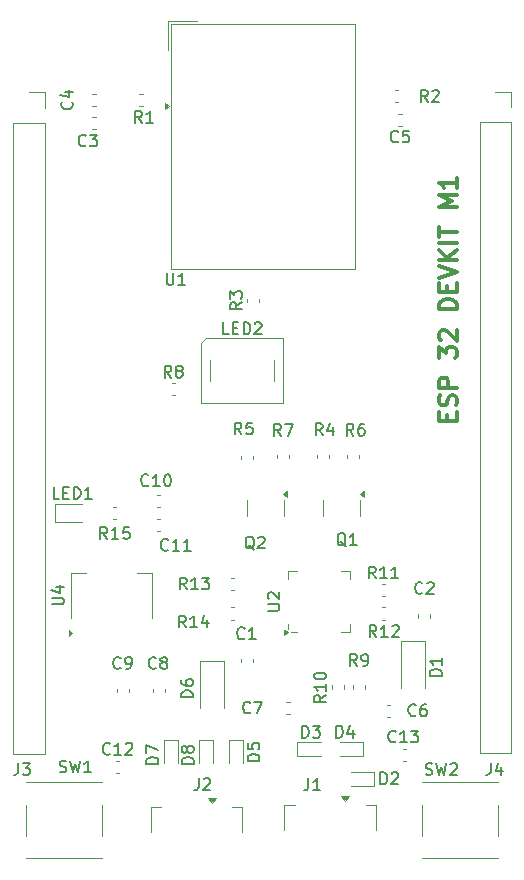
<source format=gbr>
%TF.GenerationSoftware,KiCad,Pcbnew,9.0.0*%
%TF.CreationDate,2025-06-09T12:03:21+05:30*%
%TF.ProjectId,ESP32_DevKit_M1,45535033-325f-4446-9576-4b69745f4d31,rev?*%
%TF.SameCoordinates,Original*%
%TF.FileFunction,Legend,Top*%
%TF.FilePolarity,Positive*%
%FSLAX46Y46*%
G04 Gerber Fmt 4.6, Leading zero omitted, Abs format (unit mm)*
G04 Created by KiCad (PCBNEW 9.0.0) date 2025-06-09 12:03:21*
%MOMM*%
%LPD*%
G01*
G04 APERTURE LIST*
%ADD10C,0.300000*%
%ADD11C,0.150000*%
%ADD12C,0.120000*%
G04 APERTURE END LIST*
D10*
X142015114Y-92445489D02*
X142015114Y-91945489D01*
X142800828Y-91731203D02*
X142800828Y-92445489D01*
X142800828Y-92445489D02*
X141300828Y-92445489D01*
X141300828Y-92445489D02*
X141300828Y-91731203D01*
X142729400Y-91159774D02*
X142800828Y-90945489D01*
X142800828Y-90945489D02*
X142800828Y-90588346D01*
X142800828Y-90588346D02*
X142729400Y-90445489D01*
X142729400Y-90445489D02*
X142657971Y-90374060D01*
X142657971Y-90374060D02*
X142515114Y-90302631D01*
X142515114Y-90302631D02*
X142372257Y-90302631D01*
X142372257Y-90302631D02*
X142229400Y-90374060D01*
X142229400Y-90374060D02*
X142157971Y-90445489D01*
X142157971Y-90445489D02*
X142086542Y-90588346D01*
X142086542Y-90588346D02*
X142015114Y-90874060D01*
X142015114Y-90874060D02*
X141943685Y-91016917D01*
X141943685Y-91016917D02*
X141872257Y-91088346D01*
X141872257Y-91088346D02*
X141729400Y-91159774D01*
X141729400Y-91159774D02*
X141586542Y-91159774D01*
X141586542Y-91159774D02*
X141443685Y-91088346D01*
X141443685Y-91088346D02*
X141372257Y-91016917D01*
X141372257Y-91016917D02*
X141300828Y-90874060D01*
X141300828Y-90874060D02*
X141300828Y-90516917D01*
X141300828Y-90516917D02*
X141372257Y-90302631D01*
X142800828Y-89659775D02*
X141300828Y-89659775D01*
X141300828Y-89659775D02*
X141300828Y-89088346D01*
X141300828Y-89088346D02*
X141372257Y-88945489D01*
X141372257Y-88945489D02*
X141443685Y-88874060D01*
X141443685Y-88874060D02*
X141586542Y-88802632D01*
X141586542Y-88802632D02*
X141800828Y-88802632D01*
X141800828Y-88802632D02*
X141943685Y-88874060D01*
X141943685Y-88874060D02*
X142015114Y-88945489D01*
X142015114Y-88945489D02*
X142086542Y-89088346D01*
X142086542Y-89088346D02*
X142086542Y-89659775D01*
X141300828Y-87159775D02*
X141300828Y-86231203D01*
X141300828Y-86231203D02*
X141872257Y-86731203D01*
X141872257Y-86731203D02*
X141872257Y-86516918D01*
X141872257Y-86516918D02*
X141943685Y-86374061D01*
X141943685Y-86374061D02*
X142015114Y-86302632D01*
X142015114Y-86302632D02*
X142157971Y-86231203D01*
X142157971Y-86231203D02*
X142515114Y-86231203D01*
X142515114Y-86231203D02*
X142657971Y-86302632D01*
X142657971Y-86302632D02*
X142729400Y-86374061D01*
X142729400Y-86374061D02*
X142800828Y-86516918D01*
X142800828Y-86516918D02*
X142800828Y-86945489D01*
X142800828Y-86945489D02*
X142729400Y-87088346D01*
X142729400Y-87088346D02*
X142657971Y-87159775D01*
X141443685Y-85659775D02*
X141372257Y-85588347D01*
X141372257Y-85588347D02*
X141300828Y-85445490D01*
X141300828Y-85445490D02*
X141300828Y-85088347D01*
X141300828Y-85088347D02*
X141372257Y-84945490D01*
X141372257Y-84945490D02*
X141443685Y-84874061D01*
X141443685Y-84874061D02*
X141586542Y-84802632D01*
X141586542Y-84802632D02*
X141729400Y-84802632D01*
X141729400Y-84802632D02*
X141943685Y-84874061D01*
X141943685Y-84874061D02*
X142800828Y-85731204D01*
X142800828Y-85731204D02*
X142800828Y-84802632D01*
X142800828Y-83016919D02*
X141300828Y-83016919D01*
X141300828Y-83016919D02*
X141300828Y-82659776D01*
X141300828Y-82659776D02*
X141372257Y-82445490D01*
X141372257Y-82445490D02*
X141515114Y-82302633D01*
X141515114Y-82302633D02*
X141657971Y-82231204D01*
X141657971Y-82231204D02*
X141943685Y-82159776D01*
X141943685Y-82159776D02*
X142157971Y-82159776D01*
X142157971Y-82159776D02*
X142443685Y-82231204D01*
X142443685Y-82231204D02*
X142586542Y-82302633D01*
X142586542Y-82302633D02*
X142729400Y-82445490D01*
X142729400Y-82445490D02*
X142800828Y-82659776D01*
X142800828Y-82659776D02*
X142800828Y-83016919D01*
X142015114Y-81516919D02*
X142015114Y-81016919D01*
X142800828Y-80802633D02*
X142800828Y-81516919D01*
X142800828Y-81516919D02*
X141300828Y-81516919D01*
X141300828Y-81516919D02*
X141300828Y-80802633D01*
X141300828Y-80374061D02*
X142800828Y-79874061D01*
X142800828Y-79874061D02*
X141300828Y-79374061D01*
X142800828Y-78874062D02*
X141300828Y-78874062D01*
X142800828Y-78016919D02*
X141943685Y-78659776D01*
X141300828Y-78016919D02*
X142157971Y-78874062D01*
X142800828Y-77374062D02*
X141300828Y-77374062D01*
X141300828Y-76874061D02*
X141300828Y-76016919D01*
X142800828Y-76445490D02*
X141300828Y-76445490D01*
X142800828Y-74374062D02*
X141300828Y-74374062D01*
X141300828Y-74374062D02*
X142372257Y-73874062D01*
X142372257Y-73874062D02*
X141300828Y-73374062D01*
X141300828Y-73374062D02*
X142800828Y-73374062D01*
X142800828Y-71874061D02*
X142800828Y-72731204D01*
X142800828Y-72302633D02*
X141300828Y-72302633D01*
X141300828Y-72302633D02*
X141515114Y-72445490D01*
X141515114Y-72445490D02*
X141657971Y-72588347D01*
X141657971Y-72588347D02*
X141729400Y-72731204D01*
D11*
X105666666Y-121454819D02*
X105666666Y-122169104D01*
X105666666Y-122169104D02*
X105619047Y-122311961D01*
X105619047Y-122311961D02*
X105523809Y-122407200D01*
X105523809Y-122407200D02*
X105380952Y-122454819D01*
X105380952Y-122454819D02*
X105285714Y-122454819D01*
X106047619Y-121454819D02*
X106666666Y-121454819D01*
X106666666Y-121454819D02*
X106333333Y-121835771D01*
X106333333Y-121835771D02*
X106476190Y-121835771D01*
X106476190Y-121835771D02*
X106571428Y-121883390D01*
X106571428Y-121883390D02*
X106619047Y-121931009D01*
X106619047Y-121931009D02*
X106666666Y-122026247D01*
X106666666Y-122026247D02*
X106666666Y-122264342D01*
X106666666Y-122264342D02*
X106619047Y-122359580D01*
X106619047Y-122359580D02*
X106571428Y-122407200D01*
X106571428Y-122407200D02*
X106476190Y-122454819D01*
X106476190Y-122454819D02*
X106190476Y-122454819D01*
X106190476Y-122454819D02*
X106095238Y-122407200D01*
X106095238Y-122407200D02*
X106047619Y-122359580D01*
X119932142Y-106729819D02*
X119598809Y-106253628D01*
X119360714Y-106729819D02*
X119360714Y-105729819D01*
X119360714Y-105729819D02*
X119741666Y-105729819D01*
X119741666Y-105729819D02*
X119836904Y-105777438D01*
X119836904Y-105777438D02*
X119884523Y-105825057D01*
X119884523Y-105825057D02*
X119932142Y-105920295D01*
X119932142Y-105920295D02*
X119932142Y-106063152D01*
X119932142Y-106063152D02*
X119884523Y-106158390D01*
X119884523Y-106158390D02*
X119836904Y-106206009D01*
X119836904Y-106206009D02*
X119741666Y-106253628D01*
X119741666Y-106253628D02*
X119360714Y-106253628D01*
X120884523Y-106729819D02*
X120313095Y-106729819D01*
X120598809Y-106729819D02*
X120598809Y-105729819D01*
X120598809Y-105729819D02*
X120503571Y-105872676D01*
X120503571Y-105872676D02*
X120408333Y-105967914D01*
X120408333Y-105967914D02*
X120313095Y-106015533D01*
X121217857Y-105729819D02*
X121836904Y-105729819D01*
X121836904Y-105729819D02*
X121503571Y-106110771D01*
X121503571Y-106110771D02*
X121646428Y-106110771D01*
X121646428Y-106110771D02*
X121741666Y-106158390D01*
X121741666Y-106158390D02*
X121789285Y-106206009D01*
X121789285Y-106206009D02*
X121836904Y-106301247D01*
X121836904Y-106301247D02*
X121836904Y-106539342D01*
X121836904Y-106539342D02*
X121789285Y-106634580D01*
X121789285Y-106634580D02*
X121741666Y-106682200D01*
X121741666Y-106682200D02*
X121646428Y-106729819D01*
X121646428Y-106729819D02*
X121360714Y-106729819D01*
X121360714Y-106729819D02*
X121265476Y-106682200D01*
X121265476Y-106682200D02*
X121217857Y-106634580D01*
X136336905Y-123229819D02*
X136336905Y-122229819D01*
X136336905Y-122229819D02*
X136575000Y-122229819D01*
X136575000Y-122229819D02*
X136717857Y-122277438D01*
X136717857Y-122277438D02*
X136813095Y-122372676D01*
X136813095Y-122372676D02*
X136860714Y-122467914D01*
X136860714Y-122467914D02*
X136908333Y-122658390D01*
X136908333Y-122658390D02*
X136908333Y-122801247D01*
X136908333Y-122801247D02*
X136860714Y-122991723D01*
X136860714Y-122991723D02*
X136813095Y-123086961D01*
X136813095Y-123086961D02*
X136717857Y-123182200D01*
X136717857Y-123182200D02*
X136575000Y-123229819D01*
X136575000Y-123229819D02*
X136336905Y-123229819D01*
X137289286Y-122325057D02*
X137336905Y-122277438D01*
X137336905Y-122277438D02*
X137432143Y-122229819D01*
X137432143Y-122229819D02*
X137670238Y-122229819D01*
X137670238Y-122229819D02*
X137765476Y-122277438D01*
X137765476Y-122277438D02*
X137813095Y-122325057D01*
X137813095Y-122325057D02*
X137860714Y-122420295D01*
X137860714Y-122420295D02*
X137860714Y-122515533D01*
X137860714Y-122515533D02*
X137813095Y-122658390D01*
X137813095Y-122658390D02*
X137241667Y-123229819D01*
X137241667Y-123229819D02*
X137860714Y-123229819D01*
X120454819Y-115863094D02*
X119454819Y-115863094D01*
X119454819Y-115863094D02*
X119454819Y-115624999D01*
X119454819Y-115624999D02*
X119502438Y-115482142D01*
X119502438Y-115482142D02*
X119597676Y-115386904D01*
X119597676Y-115386904D02*
X119692914Y-115339285D01*
X119692914Y-115339285D02*
X119883390Y-115291666D01*
X119883390Y-115291666D02*
X120026247Y-115291666D01*
X120026247Y-115291666D02*
X120216723Y-115339285D01*
X120216723Y-115339285D02*
X120311961Y-115386904D01*
X120311961Y-115386904D02*
X120407200Y-115482142D01*
X120407200Y-115482142D02*
X120454819Y-115624999D01*
X120454819Y-115624999D02*
X120454819Y-115863094D01*
X119454819Y-114434523D02*
X119454819Y-114624999D01*
X119454819Y-114624999D02*
X119502438Y-114720237D01*
X119502438Y-114720237D02*
X119550057Y-114767856D01*
X119550057Y-114767856D02*
X119692914Y-114863094D01*
X119692914Y-114863094D02*
X119883390Y-114910713D01*
X119883390Y-114910713D02*
X120264342Y-114910713D01*
X120264342Y-114910713D02*
X120359580Y-114863094D01*
X120359580Y-114863094D02*
X120407200Y-114815475D01*
X120407200Y-114815475D02*
X120454819Y-114720237D01*
X120454819Y-114720237D02*
X120454819Y-114529761D01*
X120454819Y-114529761D02*
X120407200Y-114434523D01*
X120407200Y-114434523D02*
X120359580Y-114386904D01*
X120359580Y-114386904D02*
X120264342Y-114339285D01*
X120264342Y-114339285D02*
X120026247Y-114339285D01*
X120026247Y-114339285D02*
X119931009Y-114386904D01*
X119931009Y-114386904D02*
X119883390Y-114434523D01*
X119883390Y-114434523D02*
X119835771Y-114529761D01*
X119835771Y-114529761D02*
X119835771Y-114720237D01*
X119835771Y-114720237D02*
X119883390Y-114815475D01*
X119883390Y-114815475D02*
X119931009Y-114863094D01*
X119931009Y-114863094D02*
X120026247Y-114910713D01*
X126095803Y-121243912D02*
X125095803Y-121243912D01*
X125095803Y-121243912D02*
X125095803Y-121005817D01*
X125095803Y-121005817D02*
X125143422Y-120862960D01*
X125143422Y-120862960D02*
X125238660Y-120767722D01*
X125238660Y-120767722D02*
X125333898Y-120720103D01*
X125333898Y-120720103D02*
X125524374Y-120672484D01*
X125524374Y-120672484D02*
X125667231Y-120672484D01*
X125667231Y-120672484D02*
X125857707Y-120720103D01*
X125857707Y-120720103D02*
X125952945Y-120767722D01*
X125952945Y-120767722D02*
X126048184Y-120862960D01*
X126048184Y-120862960D02*
X126095803Y-121005817D01*
X126095803Y-121005817D02*
X126095803Y-121243912D01*
X125095803Y-119767722D02*
X125095803Y-120243912D01*
X125095803Y-120243912D02*
X125571993Y-120291531D01*
X125571993Y-120291531D02*
X125524374Y-120243912D01*
X125524374Y-120243912D02*
X125476755Y-120148674D01*
X125476755Y-120148674D02*
X125476755Y-119910579D01*
X125476755Y-119910579D02*
X125524374Y-119815341D01*
X125524374Y-119815341D02*
X125571993Y-119767722D01*
X125571993Y-119767722D02*
X125667231Y-119720103D01*
X125667231Y-119720103D02*
X125905326Y-119720103D01*
X125905326Y-119720103D02*
X126000564Y-119767722D01*
X126000564Y-119767722D02*
X126048184Y-119815341D01*
X126048184Y-119815341D02*
X126095803Y-119910579D01*
X126095803Y-119910579D02*
X126095803Y-120148674D01*
X126095803Y-120148674D02*
X126048184Y-120243912D01*
X126048184Y-120243912D02*
X126000564Y-120291531D01*
X116133333Y-67229819D02*
X115800000Y-66753628D01*
X115561905Y-67229819D02*
X115561905Y-66229819D01*
X115561905Y-66229819D02*
X115942857Y-66229819D01*
X115942857Y-66229819D02*
X116038095Y-66277438D01*
X116038095Y-66277438D02*
X116085714Y-66325057D01*
X116085714Y-66325057D02*
X116133333Y-66420295D01*
X116133333Y-66420295D02*
X116133333Y-66563152D01*
X116133333Y-66563152D02*
X116085714Y-66658390D01*
X116085714Y-66658390D02*
X116038095Y-66706009D01*
X116038095Y-66706009D02*
X115942857Y-66753628D01*
X115942857Y-66753628D02*
X115561905Y-66753628D01*
X117085714Y-67229819D02*
X116514286Y-67229819D01*
X116800000Y-67229819D02*
X116800000Y-66229819D01*
X116800000Y-66229819D02*
X116704762Y-66372676D01*
X116704762Y-66372676D02*
X116609524Y-66467914D01*
X116609524Y-66467914D02*
X116514286Y-66515533D01*
X139330559Y-117366362D02*
X139282940Y-117413982D01*
X139282940Y-117413982D02*
X139140083Y-117461601D01*
X139140083Y-117461601D02*
X139044845Y-117461601D01*
X139044845Y-117461601D02*
X138901988Y-117413982D01*
X138901988Y-117413982D02*
X138806750Y-117318743D01*
X138806750Y-117318743D02*
X138759131Y-117223505D01*
X138759131Y-117223505D02*
X138711512Y-117033029D01*
X138711512Y-117033029D02*
X138711512Y-116890172D01*
X138711512Y-116890172D02*
X138759131Y-116699696D01*
X138759131Y-116699696D02*
X138806750Y-116604458D01*
X138806750Y-116604458D02*
X138901988Y-116509220D01*
X138901988Y-116509220D02*
X139044845Y-116461601D01*
X139044845Y-116461601D02*
X139140083Y-116461601D01*
X139140083Y-116461601D02*
X139282940Y-116509220D01*
X139282940Y-116509220D02*
X139330559Y-116556839D01*
X140187702Y-116461601D02*
X139997226Y-116461601D01*
X139997226Y-116461601D02*
X139901988Y-116509220D01*
X139901988Y-116509220D02*
X139854369Y-116556839D01*
X139854369Y-116556839D02*
X139759131Y-116699696D01*
X139759131Y-116699696D02*
X139711512Y-116890172D01*
X139711512Y-116890172D02*
X139711512Y-117271124D01*
X139711512Y-117271124D02*
X139759131Y-117366362D01*
X139759131Y-117366362D02*
X139806750Y-117413982D01*
X139806750Y-117413982D02*
X139901988Y-117461601D01*
X139901988Y-117461601D02*
X140092464Y-117461601D01*
X140092464Y-117461601D02*
X140187702Y-117413982D01*
X140187702Y-117413982D02*
X140235321Y-117366362D01*
X140235321Y-117366362D02*
X140282940Y-117271124D01*
X140282940Y-117271124D02*
X140282940Y-117033029D01*
X140282940Y-117033029D02*
X140235321Y-116937791D01*
X140235321Y-116937791D02*
X140187702Y-116890172D01*
X140187702Y-116890172D02*
X140092464Y-116842553D01*
X140092464Y-116842553D02*
X139901988Y-116842553D01*
X139901988Y-116842553D02*
X139806750Y-116890172D01*
X139806750Y-116890172D02*
X139759131Y-116937791D01*
X139759131Y-116937791D02*
X139711512Y-117033029D01*
X145666666Y-121454819D02*
X145666666Y-122169104D01*
X145666666Y-122169104D02*
X145619047Y-122311961D01*
X145619047Y-122311961D02*
X145523809Y-122407200D01*
X145523809Y-122407200D02*
X145380952Y-122454819D01*
X145380952Y-122454819D02*
X145285714Y-122454819D01*
X146571428Y-121788152D02*
X146571428Y-122454819D01*
X146333333Y-121407200D02*
X146095238Y-122121485D01*
X146095238Y-122121485D02*
X146714285Y-122121485D01*
X131724402Y-115689563D02*
X131248211Y-116022896D01*
X131724402Y-116260991D02*
X130724402Y-116260991D01*
X130724402Y-116260991D02*
X130724402Y-115880039D01*
X130724402Y-115880039D02*
X130772021Y-115784801D01*
X130772021Y-115784801D02*
X130819640Y-115737182D01*
X130819640Y-115737182D02*
X130914878Y-115689563D01*
X130914878Y-115689563D02*
X131057735Y-115689563D01*
X131057735Y-115689563D02*
X131152973Y-115737182D01*
X131152973Y-115737182D02*
X131200592Y-115784801D01*
X131200592Y-115784801D02*
X131248211Y-115880039D01*
X131248211Y-115880039D02*
X131248211Y-116260991D01*
X131724402Y-114737182D02*
X131724402Y-115308610D01*
X131724402Y-115022896D02*
X130724402Y-115022896D01*
X130724402Y-115022896D02*
X130867259Y-115118134D01*
X130867259Y-115118134D02*
X130962497Y-115213372D01*
X130962497Y-115213372D02*
X131010116Y-115308610D01*
X130724402Y-114118134D02*
X130724402Y-114022896D01*
X130724402Y-114022896D02*
X130772021Y-113927658D01*
X130772021Y-113927658D02*
X130819640Y-113880039D01*
X130819640Y-113880039D02*
X130914878Y-113832420D01*
X130914878Y-113832420D02*
X131105354Y-113784801D01*
X131105354Y-113784801D02*
X131343449Y-113784801D01*
X131343449Y-113784801D02*
X131533925Y-113832420D01*
X131533925Y-113832420D02*
X131629163Y-113880039D01*
X131629163Y-113880039D02*
X131676783Y-113927658D01*
X131676783Y-113927658D02*
X131724402Y-114022896D01*
X131724402Y-114022896D02*
X131724402Y-114118134D01*
X131724402Y-114118134D02*
X131676783Y-114213372D01*
X131676783Y-114213372D02*
X131629163Y-114260991D01*
X131629163Y-114260991D02*
X131533925Y-114308610D01*
X131533925Y-114308610D02*
X131343449Y-114356229D01*
X131343449Y-114356229D02*
X131105354Y-114356229D01*
X131105354Y-114356229D02*
X130914878Y-114308610D01*
X130914878Y-114308610D02*
X130819640Y-114260991D01*
X130819640Y-114260991D02*
X130772021Y-114213372D01*
X130772021Y-114213372D02*
X130724402Y-114118134D01*
X108529819Y-108006904D02*
X109339342Y-108006904D01*
X109339342Y-108006904D02*
X109434580Y-107959285D01*
X109434580Y-107959285D02*
X109482200Y-107911666D01*
X109482200Y-107911666D02*
X109529819Y-107816428D01*
X109529819Y-107816428D02*
X109529819Y-107625952D01*
X109529819Y-107625952D02*
X109482200Y-107530714D01*
X109482200Y-107530714D02*
X109434580Y-107483095D01*
X109434580Y-107483095D02*
X109339342Y-107435476D01*
X109339342Y-107435476D02*
X108529819Y-107435476D01*
X108863152Y-106530714D02*
X109529819Y-106530714D01*
X108482200Y-106768809D02*
X109196485Y-107006904D01*
X109196485Y-107006904D02*
X109196485Y-106387857D01*
X131438037Y-93676601D02*
X131104704Y-93200410D01*
X130866609Y-93676601D02*
X130866609Y-92676601D01*
X130866609Y-92676601D02*
X131247561Y-92676601D01*
X131247561Y-92676601D02*
X131342799Y-92724220D01*
X131342799Y-92724220D02*
X131390418Y-92771839D01*
X131390418Y-92771839D02*
X131438037Y-92867077D01*
X131438037Y-92867077D02*
X131438037Y-93009934D01*
X131438037Y-93009934D02*
X131390418Y-93105172D01*
X131390418Y-93105172D02*
X131342799Y-93152791D01*
X131342799Y-93152791D02*
X131247561Y-93200410D01*
X131247561Y-93200410D02*
X130866609Y-93200410D01*
X132295180Y-93009934D02*
X132295180Y-93676601D01*
X132057085Y-92628982D02*
X131818990Y-93343267D01*
X131818990Y-93343267D02*
X132438037Y-93343267D01*
X123505952Y-85129819D02*
X123029762Y-85129819D01*
X123029762Y-85129819D02*
X123029762Y-84129819D01*
X123839286Y-84606009D02*
X124172619Y-84606009D01*
X124315476Y-85129819D02*
X123839286Y-85129819D01*
X123839286Y-85129819D02*
X123839286Y-84129819D01*
X123839286Y-84129819D02*
X124315476Y-84129819D01*
X124744048Y-85129819D02*
X124744048Y-84129819D01*
X124744048Y-84129819D02*
X124982143Y-84129819D01*
X124982143Y-84129819D02*
X125125000Y-84177438D01*
X125125000Y-84177438D02*
X125220238Y-84272676D01*
X125220238Y-84272676D02*
X125267857Y-84367914D01*
X125267857Y-84367914D02*
X125315476Y-84558390D01*
X125315476Y-84558390D02*
X125315476Y-84701247D01*
X125315476Y-84701247D02*
X125267857Y-84891723D01*
X125267857Y-84891723D02*
X125220238Y-84986961D01*
X125220238Y-84986961D02*
X125125000Y-85082200D01*
X125125000Y-85082200D02*
X124982143Y-85129819D01*
X124982143Y-85129819D02*
X124744048Y-85129819D01*
X125696429Y-84225057D02*
X125744048Y-84177438D01*
X125744048Y-84177438D02*
X125839286Y-84129819D01*
X125839286Y-84129819D02*
X126077381Y-84129819D01*
X126077381Y-84129819D02*
X126172619Y-84177438D01*
X126172619Y-84177438D02*
X126220238Y-84225057D01*
X126220238Y-84225057D02*
X126267857Y-84320295D01*
X126267857Y-84320295D02*
X126267857Y-84415533D01*
X126267857Y-84415533D02*
X126220238Y-84558390D01*
X126220238Y-84558390D02*
X125648810Y-85129819D01*
X125648810Y-85129819D02*
X126267857Y-85129819D01*
X119857142Y-109954819D02*
X119523809Y-109478628D01*
X119285714Y-109954819D02*
X119285714Y-108954819D01*
X119285714Y-108954819D02*
X119666666Y-108954819D01*
X119666666Y-108954819D02*
X119761904Y-109002438D01*
X119761904Y-109002438D02*
X119809523Y-109050057D01*
X119809523Y-109050057D02*
X119857142Y-109145295D01*
X119857142Y-109145295D02*
X119857142Y-109288152D01*
X119857142Y-109288152D02*
X119809523Y-109383390D01*
X119809523Y-109383390D02*
X119761904Y-109431009D01*
X119761904Y-109431009D02*
X119666666Y-109478628D01*
X119666666Y-109478628D02*
X119285714Y-109478628D01*
X120809523Y-109954819D02*
X120238095Y-109954819D01*
X120523809Y-109954819D02*
X120523809Y-108954819D01*
X120523809Y-108954819D02*
X120428571Y-109097676D01*
X120428571Y-109097676D02*
X120333333Y-109192914D01*
X120333333Y-109192914D02*
X120238095Y-109240533D01*
X121666666Y-109288152D02*
X121666666Y-109954819D01*
X121428571Y-108907200D02*
X121190476Y-109621485D01*
X121190476Y-109621485D02*
X121809523Y-109621485D01*
X109141748Y-99067410D02*
X108665558Y-99067410D01*
X108665558Y-99067410D02*
X108665558Y-98067410D01*
X109475082Y-98543600D02*
X109808415Y-98543600D01*
X109951272Y-99067410D02*
X109475082Y-99067410D01*
X109475082Y-99067410D02*
X109475082Y-98067410D01*
X109475082Y-98067410D02*
X109951272Y-98067410D01*
X110379844Y-99067410D02*
X110379844Y-98067410D01*
X110379844Y-98067410D02*
X110617939Y-98067410D01*
X110617939Y-98067410D02*
X110760796Y-98115029D01*
X110760796Y-98115029D02*
X110856034Y-98210267D01*
X110856034Y-98210267D02*
X110903653Y-98305505D01*
X110903653Y-98305505D02*
X110951272Y-98495981D01*
X110951272Y-98495981D02*
X110951272Y-98638838D01*
X110951272Y-98638838D02*
X110903653Y-98829314D01*
X110903653Y-98829314D02*
X110856034Y-98924552D01*
X110856034Y-98924552D02*
X110760796Y-99019791D01*
X110760796Y-99019791D02*
X110617939Y-99067410D01*
X110617939Y-99067410D02*
X110379844Y-99067410D01*
X111903653Y-99067410D02*
X111332225Y-99067410D01*
X111617939Y-99067410D02*
X111617939Y-98067410D01*
X111617939Y-98067410D02*
X111522701Y-98210267D01*
X111522701Y-98210267D02*
X111427463Y-98305505D01*
X111427463Y-98305505D02*
X111332225Y-98353124D01*
X124569139Y-93613960D02*
X124235806Y-93137769D01*
X123997711Y-93613960D02*
X123997711Y-92613960D01*
X123997711Y-92613960D02*
X124378663Y-92613960D01*
X124378663Y-92613960D02*
X124473901Y-92661579D01*
X124473901Y-92661579D02*
X124521520Y-92709198D01*
X124521520Y-92709198D02*
X124569139Y-92804436D01*
X124569139Y-92804436D02*
X124569139Y-92947293D01*
X124569139Y-92947293D02*
X124521520Y-93042531D01*
X124521520Y-93042531D02*
X124473901Y-93090150D01*
X124473901Y-93090150D02*
X124378663Y-93137769D01*
X124378663Y-93137769D02*
X123997711Y-93137769D01*
X125473901Y-92613960D02*
X124997711Y-92613960D01*
X124997711Y-92613960D02*
X124950092Y-93090150D01*
X124950092Y-93090150D02*
X124997711Y-93042531D01*
X124997711Y-93042531D02*
X125092949Y-92994912D01*
X125092949Y-92994912D02*
X125331044Y-92994912D01*
X125331044Y-92994912D02*
X125426282Y-93042531D01*
X125426282Y-93042531D02*
X125473901Y-93090150D01*
X125473901Y-93090150D02*
X125521520Y-93185388D01*
X125521520Y-93185388D02*
X125521520Y-93423483D01*
X125521520Y-93423483D02*
X125473901Y-93518721D01*
X125473901Y-93518721D02*
X125426282Y-93566341D01*
X125426282Y-93566341D02*
X125331044Y-93613960D01*
X125331044Y-93613960D02*
X125092949Y-93613960D01*
X125092949Y-93613960D02*
X124997711Y-93566341D01*
X124997711Y-93566341D02*
X124950092Y-93518721D01*
X135932142Y-105799819D02*
X135598809Y-105323628D01*
X135360714Y-105799819D02*
X135360714Y-104799819D01*
X135360714Y-104799819D02*
X135741666Y-104799819D01*
X135741666Y-104799819D02*
X135836904Y-104847438D01*
X135836904Y-104847438D02*
X135884523Y-104895057D01*
X135884523Y-104895057D02*
X135932142Y-104990295D01*
X135932142Y-104990295D02*
X135932142Y-105133152D01*
X135932142Y-105133152D02*
X135884523Y-105228390D01*
X135884523Y-105228390D02*
X135836904Y-105276009D01*
X135836904Y-105276009D02*
X135741666Y-105323628D01*
X135741666Y-105323628D02*
X135360714Y-105323628D01*
X136884523Y-105799819D02*
X136313095Y-105799819D01*
X136598809Y-105799819D02*
X136598809Y-104799819D01*
X136598809Y-104799819D02*
X136503571Y-104942676D01*
X136503571Y-104942676D02*
X136408333Y-105037914D01*
X136408333Y-105037914D02*
X136313095Y-105085533D01*
X137836904Y-105799819D02*
X137265476Y-105799819D01*
X137551190Y-105799819D02*
X137551190Y-104799819D01*
X137551190Y-104799819D02*
X137455952Y-104942676D01*
X137455952Y-104942676D02*
X137360714Y-105037914D01*
X137360714Y-105037914D02*
X137265476Y-105085533D01*
X118238095Y-79954819D02*
X118238095Y-80764342D01*
X118238095Y-80764342D02*
X118285714Y-80859580D01*
X118285714Y-80859580D02*
X118333333Y-80907200D01*
X118333333Y-80907200D02*
X118428571Y-80954819D01*
X118428571Y-80954819D02*
X118619047Y-80954819D01*
X118619047Y-80954819D02*
X118714285Y-80907200D01*
X118714285Y-80907200D02*
X118761904Y-80859580D01*
X118761904Y-80859580D02*
X118809523Y-80764342D01*
X118809523Y-80764342D02*
X118809523Y-79954819D01*
X119809523Y-80954819D02*
X119238095Y-80954819D01*
X119523809Y-80954819D02*
X119523809Y-79954819D01*
X119523809Y-79954819D02*
X119428571Y-80097676D01*
X119428571Y-80097676D02*
X119333333Y-80192914D01*
X119333333Y-80192914D02*
X119238095Y-80240533D01*
X109166667Y-122182200D02*
X109309524Y-122229819D01*
X109309524Y-122229819D02*
X109547619Y-122229819D01*
X109547619Y-122229819D02*
X109642857Y-122182200D01*
X109642857Y-122182200D02*
X109690476Y-122134580D01*
X109690476Y-122134580D02*
X109738095Y-122039342D01*
X109738095Y-122039342D02*
X109738095Y-121944104D01*
X109738095Y-121944104D02*
X109690476Y-121848866D01*
X109690476Y-121848866D02*
X109642857Y-121801247D01*
X109642857Y-121801247D02*
X109547619Y-121753628D01*
X109547619Y-121753628D02*
X109357143Y-121706009D01*
X109357143Y-121706009D02*
X109261905Y-121658390D01*
X109261905Y-121658390D02*
X109214286Y-121610771D01*
X109214286Y-121610771D02*
X109166667Y-121515533D01*
X109166667Y-121515533D02*
X109166667Y-121420295D01*
X109166667Y-121420295D02*
X109214286Y-121325057D01*
X109214286Y-121325057D02*
X109261905Y-121277438D01*
X109261905Y-121277438D02*
X109357143Y-121229819D01*
X109357143Y-121229819D02*
X109595238Y-121229819D01*
X109595238Y-121229819D02*
X109738095Y-121277438D01*
X110071429Y-121229819D02*
X110309524Y-122229819D01*
X110309524Y-122229819D02*
X110500000Y-121515533D01*
X110500000Y-121515533D02*
X110690476Y-122229819D01*
X110690476Y-122229819D02*
X110928572Y-121229819D01*
X111833333Y-122229819D02*
X111261905Y-122229819D01*
X111547619Y-122229819D02*
X111547619Y-121229819D01*
X111547619Y-121229819D02*
X111452381Y-121372676D01*
X111452381Y-121372676D02*
X111357143Y-121467914D01*
X111357143Y-121467914D02*
X111261905Y-121515533D01*
X139893905Y-107033288D02*
X139846286Y-107080908D01*
X139846286Y-107080908D02*
X139703429Y-107128527D01*
X139703429Y-107128527D02*
X139608191Y-107128527D01*
X139608191Y-107128527D02*
X139465334Y-107080908D01*
X139465334Y-107080908D02*
X139370096Y-106985669D01*
X139370096Y-106985669D02*
X139322477Y-106890431D01*
X139322477Y-106890431D02*
X139274858Y-106699955D01*
X139274858Y-106699955D02*
X139274858Y-106557098D01*
X139274858Y-106557098D02*
X139322477Y-106366622D01*
X139322477Y-106366622D02*
X139370096Y-106271384D01*
X139370096Y-106271384D02*
X139465334Y-106176146D01*
X139465334Y-106176146D02*
X139608191Y-106128527D01*
X139608191Y-106128527D02*
X139703429Y-106128527D01*
X139703429Y-106128527D02*
X139846286Y-106176146D01*
X139846286Y-106176146D02*
X139893905Y-106223765D01*
X140274858Y-106223765D02*
X140322477Y-106176146D01*
X140322477Y-106176146D02*
X140417715Y-106128527D01*
X140417715Y-106128527D02*
X140655810Y-106128527D01*
X140655810Y-106128527D02*
X140751048Y-106176146D01*
X140751048Y-106176146D02*
X140798667Y-106223765D01*
X140798667Y-106223765D02*
X140846286Y-106319003D01*
X140846286Y-106319003D02*
X140846286Y-106414241D01*
X140846286Y-106414241D02*
X140798667Y-106557098D01*
X140798667Y-106557098D02*
X140227239Y-107128527D01*
X140227239Y-107128527D02*
X140846286Y-107128527D01*
X118357142Y-103359580D02*
X118309523Y-103407200D01*
X118309523Y-103407200D02*
X118166666Y-103454819D01*
X118166666Y-103454819D02*
X118071428Y-103454819D01*
X118071428Y-103454819D02*
X117928571Y-103407200D01*
X117928571Y-103407200D02*
X117833333Y-103311961D01*
X117833333Y-103311961D02*
X117785714Y-103216723D01*
X117785714Y-103216723D02*
X117738095Y-103026247D01*
X117738095Y-103026247D02*
X117738095Y-102883390D01*
X117738095Y-102883390D02*
X117785714Y-102692914D01*
X117785714Y-102692914D02*
X117833333Y-102597676D01*
X117833333Y-102597676D02*
X117928571Y-102502438D01*
X117928571Y-102502438D02*
X118071428Y-102454819D01*
X118071428Y-102454819D02*
X118166666Y-102454819D01*
X118166666Y-102454819D02*
X118309523Y-102502438D01*
X118309523Y-102502438D02*
X118357142Y-102550057D01*
X119309523Y-103454819D02*
X118738095Y-103454819D01*
X119023809Y-103454819D02*
X119023809Y-102454819D01*
X119023809Y-102454819D02*
X118928571Y-102597676D01*
X118928571Y-102597676D02*
X118833333Y-102692914D01*
X118833333Y-102692914D02*
X118738095Y-102740533D01*
X120261904Y-103454819D02*
X119690476Y-103454819D01*
X119976190Y-103454819D02*
X119976190Y-102454819D01*
X119976190Y-102454819D02*
X119880952Y-102597676D01*
X119880952Y-102597676D02*
X119785714Y-102692914D01*
X119785714Y-102692914D02*
X119690476Y-102740533D01*
X113207142Y-102454819D02*
X112873809Y-101978628D01*
X112635714Y-102454819D02*
X112635714Y-101454819D01*
X112635714Y-101454819D02*
X113016666Y-101454819D01*
X113016666Y-101454819D02*
X113111904Y-101502438D01*
X113111904Y-101502438D02*
X113159523Y-101550057D01*
X113159523Y-101550057D02*
X113207142Y-101645295D01*
X113207142Y-101645295D02*
X113207142Y-101788152D01*
X113207142Y-101788152D02*
X113159523Y-101883390D01*
X113159523Y-101883390D02*
X113111904Y-101931009D01*
X113111904Y-101931009D02*
X113016666Y-101978628D01*
X113016666Y-101978628D02*
X112635714Y-101978628D01*
X114159523Y-102454819D02*
X113588095Y-102454819D01*
X113873809Y-102454819D02*
X113873809Y-101454819D01*
X113873809Y-101454819D02*
X113778571Y-101597676D01*
X113778571Y-101597676D02*
X113683333Y-101692914D01*
X113683333Y-101692914D02*
X113588095Y-101740533D01*
X115064285Y-101454819D02*
X114588095Y-101454819D01*
X114588095Y-101454819D02*
X114540476Y-101931009D01*
X114540476Y-101931009D02*
X114588095Y-101883390D01*
X114588095Y-101883390D02*
X114683333Y-101835771D01*
X114683333Y-101835771D02*
X114921428Y-101835771D01*
X114921428Y-101835771D02*
X115016666Y-101883390D01*
X115016666Y-101883390D02*
X115064285Y-101931009D01*
X115064285Y-101931009D02*
X115111904Y-102026247D01*
X115111904Y-102026247D02*
X115111904Y-102264342D01*
X115111904Y-102264342D02*
X115064285Y-102359580D01*
X115064285Y-102359580D02*
X115016666Y-102407200D01*
X115016666Y-102407200D02*
X114921428Y-102454819D01*
X114921428Y-102454819D02*
X114683333Y-102454819D01*
X114683333Y-102454819D02*
X114588095Y-102407200D01*
X114588095Y-102407200D02*
X114540476Y-102359580D01*
X113432142Y-120634580D02*
X113384523Y-120682200D01*
X113384523Y-120682200D02*
X113241666Y-120729819D01*
X113241666Y-120729819D02*
X113146428Y-120729819D01*
X113146428Y-120729819D02*
X113003571Y-120682200D01*
X113003571Y-120682200D02*
X112908333Y-120586961D01*
X112908333Y-120586961D02*
X112860714Y-120491723D01*
X112860714Y-120491723D02*
X112813095Y-120301247D01*
X112813095Y-120301247D02*
X112813095Y-120158390D01*
X112813095Y-120158390D02*
X112860714Y-119967914D01*
X112860714Y-119967914D02*
X112908333Y-119872676D01*
X112908333Y-119872676D02*
X113003571Y-119777438D01*
X113003571Y-119777438D02*
X113146428Y-119729819D01*
X113146428Y-119729819D02*
X113241666Y-119729819D01*
X113241666Y-119729819D02*
X113384523Y-119777438D01*
X113384523Y-119777438D02*
X113432142Y-119825057D01*
X114384523Y-120729819D02*
X113813095Y-120729819D01*
X114098809Y-120729819D02*
X114098809Y-119729819D01*
X114098809Y-119729819D02*
X114003571Y-119872676D01*
X114003571Y-119872676D02*
X113908333Y-119967914D01*
X113908333Y-119967914D02*
X113813095Y-120015533D01*
X114765476Y-119825057D02*
X114813095Y-119777438D01*
X114813095Y-119777438D02*
X114908333Y-119729819D01*
X114908333Y-119729819D02*
X115146428Y-119729819D01*
X115146428Y-119729819D02*
X115241666Y-119777438D01*
X115241666Y-119777438D02*
X115289285Y-119825057D01*
X115289285Y-119825057D02*
X115336904Y-119920295D01*
X115336904Y-119920295D02*
X115336904Y-120015533D01*
X115336904Y-120015533D02*
X115289285Y-120158390D01*
X115289285Y-120158390D02*
X114717857Y-120729819D01*
X114717857Y-120729819D02*
X115336904Y-120729819D01*
X114333333Y-113359580D02*
X114285714Y-113407200D01*
X114285714Y-113407200D02*
X114142857Y-113454819D01*
X114142857Y-113454819D02*
X114047619Y-113454819D01*
X114047619Y-113454819D02*
X113904762Y-113407200D01*
X113904762Y-113407200D02*
X113809524Y-113311961D01*
X113809524Y-113311961D02*
X113761905Y-113216723D01*
X113761905Y-113216723D02*
X113714286Y-113026247D01*
X113714286Y-113026247D02*
X113714286Y-112883390D01*
X113714286Y-112883390D02*
X113761905Y-112692914D01*
X113761905Y-112692914D02*
X113809524Y-112597676D01*
X113809524Y-112597676D02*
X113904762Y-112502438D01*
X113904762Y-112502438D02*
X114047619Y-112454819D01*
X114047619Y-112454819D02*
X114142857Y-112454819D01*
X114142857Y-112454819D02*
X114285714Y-112502438D01*
X114285714Y-112502438D02*
X114333333Y-112550057D01*
X114809524Y-113454819D02*
X115000000Y-113454819D01*
X115000000Y-113454819D02*
X115095238Y-113407200D01*
X115095238Y-113407200D02*
X115142857Y-113359580D01*
X115142857Y-113359580D02*
X115238095Y-113216723D01*
X115238095Y-113216723D02*
X115285714Y-113026247D01*
X115285714Y-113026247D02*
X115285714Y-112645295D01*
X115285714Y-112645295D02*
X115238095Y-112550057D01*
X115238095Y-112550057D02*
X115190476Y-112502438D01*
X115190476Y-112502438D02*
X115095238Y-112454819D01*
X115095238Y-112454819D02*
X114904762Y-112454819D01*
X114904762Y-112454819D02*
X114809524Y-112502438D01*
X114809524Y-112502438D02*
X114761905Y-112550057D01*
X114761905Y-112550057D02*
X114714286Y-112645295D01*
X114714286Y-112645295D02*
X114714286Y-112883390D01*
X114714286Y-112883390D02*
X114761905Y-112978628D01*
X114761905Y-112978628D02*
X114809524Y-113026247D01*
X114809524Y-113026247D02*
X114904762Y-113073866D01*
X114904762Y-113073866D02*
X115095238Y-113073866D01*
X115095238Y-113073866D02*
X115190476Y-113026247D01*
X115190476Y-113026247D02*
X115238095Y-112978628D01*
X115238095Y-112978628D02*
X115285714Y-112883390D01*
X137833333Y-68789580D02*
X137785714Y-68837200D01*
X137785714Y-68837200D02*
X137642857Y-68884819D01*
X137642857Y-68884819D02*
X137547619Y-68884819D01*
X137547619Y-68884819D02*
X137404762Y-68837200D01*
X137404762Y-68837200D02*
X137309524Y-68741961D01*
X137309524Y-68741961D02*
X137261905Y-68646723D01*
X137261905Y-68646723D02*
X137214286Y-68456247D01*
X137214286Y-68456247D02*
X137214286Y-68313390D01*
X137214286Y-68313390D02*
X137261905Y-68122914D01*
X137261905Y-68122914D02*
X137309524Y-68027676D01*
X137309524Y-68027676D02*
X137404762Y-67932438D01*
X137404762Y-67932438D02*
X137547619Y-67884819D01*
X137547619Y-67884819D02*
X137642857Y-67884819D01*
X137642857Y-67884819D02*
X137785714Y-67932438D01*
X137785714Y-67932438D02*
X137833333Y-67980057D01*
X138738095Y-67884819D02*
X138261905Y-67884819D01*
X138261905Y-67884819D02*
X138214286Y-68361009D01*
X138214286Y-68361009D02*
X138261905Y-68313390D01*
X138261905Y-68313390D02*
X138357143Y-68265771D01*
X138357143Y-68265771D02*
X138595238Y-68265771D01*
X138595238Y-68265771D02*
X138690476Y-68313390D01*
X138690476Y-68313390D02*
X138738095Y-68361009D01*
X138738095Y-68361009D02*
X138785714Y-68456247D01*
X138785714Y-68456247D02*
X138785714Y-68694342D01*
X138785714Y-68694342D02*
X138738095Y-68789580D01*
X138738095Y-68789580D02*
X138690476Y-68837200D01*
X138690476Y-68837200D02*
X138595238Y-68884819D01*
X138595238Y-68884819D02*
X138357143Y-68884819D01*
X138357143Y-68884819D02*
X138261905Y-68837200D01*
X138261905Y-68837200D02*
X138214286Y-68789580D01*
X130241666Y-122729819D02*
X130241666Y-123444104D01*
X130241666Y-123444104D02*
X130194047Y-123586961D01*
X130194047Y-123586961D02*
X130098809Y-123682200D01*
X130098809Y-123682200D02*
X129955952Y-123729819D01*
X129955952Y-123729819D02*
X129860714Y-123729819D01*
X131241666Y-123729819D02*
X130670238Y-123729819D01*
X130955952Y-123729819D02*
X130955952Y-122729819D01*
X130955952Y-122729819D02*
X130860714Y-122872676D01*
X130860714Y-122872676D02*
X130765476Y-122967914D01*
X130765476Y-122967914D02*
X130670238Y-123015533D01*
X124599819Y-82441666D02*
X124123628Y-82774999D01*
X124599819Y-83013094D02*
X123599819Y-83013094D01*
X123599819Y-83013094D02*
X123599819Y-82632142D01*
X123599819Y-82632142D02*
X123647438Y-82536904D01*
X123647438Y-82536904D02*
X123695057Y-82489285D01*
X123695057Y-82489285D02*
X123790295Y-82441666D01*
X123790295Y-82441666D02*
X123933152Y-82441666D01*
X123933152Y-82441666D02*
X124028390Y-82489285D01*
X124028390Y-82489285D02*
X124076009Y-82536904D01*
X124076009Y-82536904D02*
X124123628Y-82632142D01*
X124123628Y-82632142D02*
X124123628Y-83013094D01*
X123599819Y-82108332D02*
X123599819Y-81489285D01*
X123599819Y-81489285D02*
X123980771Y-81822618D01*
X123980771Y-81822618D02*
X123980771Y-81679761D01*
X123980771Y-81679761D02*
X124028390Y-81584523D01*
X124028390Y-81584523D02*
X124076009Y-81536904D01*
X124076009Y-81536904D02*
X124171247Y-81489285D01*
X124171247Y-81489285D02*
X124409342Y-81489285D01*
X124409342Y-81489285D02*
X124504580Y-81536904D01*
X124504580Y-81536904D02*
X124552200Y-81584523D01*
X124552200Y-81584523D02*
X124599819Y-81679761D01*
X124599819Y-81679761D02*
X124599819Y-81965475D01*
X124599819Y-81965475D02*
X124552200Y-82060713D01*
X124552200Y-82060713D02*
X124504580Y-82108332D01*
X132577571Y-119281577D02*
X132577571Y-118281577D01*
X132577571Y-118281577D02*
X132815666Y-118281577D01*
X132815666Y-118281577D02*
X132958523Y-118329196D01*
X132958523Y-118329196D02*
X133053761Y-118424434D01*
X133053761Y-118424434D02*
X133101380Y-118519672D01*
X133101380Y-118519672D02*
X133148999Y-118710148D01*
X133148999Y-118710148D02*
X133148999Y-118853005D01*
X133148999Y-118853005D02*
X133101380Y-119043481D01*
X133101380Y-119043481D02*
X133053761Y-119138719D01*
X133053761Y-119138719D02*
X132958523Y-119233958D01*
X132958523Y-119233958D02*
X132815666Y-119281577D01*
X132815666Y-119281577D02*
X132577571Y-119281577D01*
X134006142Y-118614910D02*
X134006142Y-119281577D01*
X133768047Y-118233958D02*
X133529952Y-118948243D01*
X133529952Y-118948243D02*
X134148999Y-118948243D01*
X118633333Y-88799819D02*
X118300000Y-88323628D01*
X118061905Y-88799819D02*
X118061905Y-87799819D01*
X118061905Y-87799819D02*
X118442857Y-87799819D01*
X118442857Y-87799819D02*
X118538095Y-87847438D01*
X118538095Y-87847438D02*
X118585714Y-87895057D01*
X118585714Y-87895057D02*
X118633333Y-87990295D01*
X118633333Y-87990295D02*
X118633333Y-88133152D01*
X118633333Y-88133152D02*
X118585714Y-88228390D01*
X118585714Y-88228390D02*
X118538095Y-88276009D01*
X118538095Y-88276009D02*
X118442857Y-88323628D01*
X118442857Y-88323628D02*
X118061905Y-88323628D01*
X119204762Y-88228390D02*
X119109524Y-88180771D01*
X119109524Y-88180771D02*
X119061905Y-88133152D01*
X119061905Y-88133152D02*
X119014286Y-88037914D01*
X119014286Y-88037914D02*
X119014286Y-87990295D01*
X119014286Y-87990295D02*
X119061905Y-87895057D01*
X119061905Y-87895057D02*
X119109524Y-87847438D01*
X119109524Y-87847438D02*
X119204762Y-87799819D01*
X119204762Y-87799819D02*
X119395238Y-87799819D01*
X119395238Y-87799819D02*
X119490476Y-87847438D01*
X119490476Y-87847438D02*
X119538095Y-87895057D01*
X119538095Y-87895057D02*
X119585714Y-87990295D01*
X119585714Y-87990295D02*
X119585714Y-88037914D01*
X119585714Y-88037914D02*
X119538095Y-88133152D01*
X119538095Y-88133152D02*
X119490476Y-88180771D01*
X119490476Y-88180771D02*
X119395238Y-88228390D01*
X119395238Y-88228390D02*
X119204762Y-88228390D01*
X119204762Y-88228390D02*
X119109524Y-88276009D01*
X119109524Y-88276009D02*
X119061905Y-88323628D01*
X119061905Y-88323628D02*
X119014286Y-88418866D01*
X119014286Y-88418866D02*
X119014286Y-88609342D01*
X119014286Y-88609342D02*
X119061905Y-88704580D01*
X119061905Y-88704580D02*
X119109524Y-88752200D01*
X119109524Y-88752200D02*
X119204762Y-88799819D01*
X119204762Y-88799819D02*
X119395238Y-88799819D01*
X119395238Y-88799819D02*
X119490476Y-88752200D01*
X119490476Y-88752200D02*
X119538095Y-88704580D01*
X119538095Y-88704580D02*
X119585714Y-88609342D01*
X119585714Y-88609342D02*
X119585714Y-88418866D01*
X119585714Y-88418866D02*
X119538095Y-88323628D01*
X119538095Y-88323628D02*
X119490476Y-88276009D01*
X119490476Y-88276009D02*
X119395238Y-88228390D01*
X111408333Y-69134580D02*
X111360714Y-69182200D01*
X111360714Y-69182200D02*
X111217857Y-69229819D01*
X111217857Y-69229819D02*
X111122619Y-69229819D01*
X111122619Y-69229819D02*
X110979762Y-69182200D01*
X110979762Y-69182200D02*
X110884524Y-69086961D01*
X110884524Y-69086961D02*
X110836905Y-68991723D01*
X110836905Y-68991723D02*
X110789286Y-68801247D01*
X110789286Y-68801247D02*
X110789286Y-68658390D01*
X110789286Y-68658390D02*
X110836905Y-68467914D01*
X110836905Y-68467914D02*
X110884524Y-68372676D01*
X110884524Y-68372676D02*
X110979762Y-68277438D01*
X110979762Y-68277438D02*
X111122619Y-68229819D01*
X111122619Y-68229819D02*
X111217857Y-68229819D01*
X111217857Y-68229819D02*
X111360714Y-68277438D01*
X111360714Y-68277438D02*
X111408333Y-68325057D01*
X111741667Y-68229819D02*
X112360714Y-68229819D01*
X112360714Y-68229819D02*
X112027381Y-68610771D01*
X112027381Y-68610771D02*
X112170238Y-68610771D01*
X112170238Y-68610771D02*
X112265476Y-68658390D01*
X112265476Y-68658390D02*
X112313095Y-68706009D01*
X112313095Y-68706009D02*
X112360714Y-68801247D01*
X112360714Y-68801247D02*
X112360714Y-69039342D01*
X112360714Y-69039342D02*
X112313095Y-69134580D01*
X112313095Y-69134580D02*
X112265476Y-69182200D01*
X112265476Y-69182200D02*
X112170238Y-69229819D01*
X112170238Y-69229819D02*
X111884524Y-69229819D01*
X111884524Y-69229819D02*
X111789286Y-69182200D01*
X111789286Y-69182200D02*
X111741667Y-69134580D01*
X134350438Y-113203627D02*
X134017105Y-112727436D01*
X133779010Y-113203627D02*
X133779010Y-112203627D01*
X133779010Y-112203627D02*
X134159962Y-112203627D01*
X134159962Y-112203627D02*
X134255200Y-112251246D01*
X134255200Y-112251246D02*
X134302819Y-112298865D01*
X134302819Y-112298865D02*
X134350438Y-112394103D01*
X134350438Y-112394103D02*
X134350438Y-112536960D01*
X134350438Y-112536960D02*
X134302819Y-112632198D01*
X134302819Y-112632198D02*
X134255200Y-112679817D01*
X134255200Y-112679817D02*
X134159962Y-112727436D01*
X134159962Y-112727436D02*
X133779010Y-112727436D01*
X134826629Y-113203627D02*
X135017105Y-113203627D01*
X135017105Y-113203627D02*
X135112343Y-113156008D01*
X135112343Y-113156008D02*
X135159962Y-113108388D01*
X135159962Y-113108388D02*
X135255200Y-112965531D01*
X135255200Y-112965531D02*
X135302819Y-112775055D01*
X135302819Y-112775055D02*
X135302819Y-112394103D01*
X135302819Y-112394103D02*
X135255200Y-112298865D01*
X135255200Y-112298865D02*
X135207581Y-112251246D01*
X135207581Y-112251246D02*
X135112343Y-112203627D01*
X135112343Y-112203627D02*
X134921867Y-112203627D01*
X134921867Y-112203627D02*
X134826629Y-112251246D01*
X134826629Y-112251246D02*
X134779010Y-112298865D01*
X134779010Y-112298865D02*
X134731391Y-112394103D01*
X134731391Y-112394103D02*
X134731391Y-112632198D01*
X134731391Y-112632198D02*
X134779010Y-112727436D01*
X134779010Y-112727436D02*
X134826629Y-112775055D01*
X134826629Y-112775055D02*
X134921867Y-112822674D01*
X134921867Y-112822674D02*
X135112343Y-112822674D01*
X135112343Y-112822674D02*
X135207581Y-112775055D01*
X135207581Y-112775055D02*
X135255200Y-112727436D01*
X135255200Y-112727436D02*
X135302819Y-112632198D01*
X126779819Y-108536904D02*
X127589342Y-108536904D01*
X127589342Y-108536904D02*
X127684580Y-108489285D01*
X127684580Y-108489285D02*
X127732200Y-108441666D01*
X127732200Y-108441666D02*
X127779819Y-108346428D01*
X127779819Y-108346428D02*
X127779819Y-108155952D01*
X127779819Y-108155952D02*
X127732200Y-108060714D01*
X127732200Y-108060714D02*
X127684580Y-108013095D01*
X127684580Y-108013095D02*
X127589342Y-107965476D01*
X127589342Y-107965476D02*
X126779819Y-107965476D01*
X126875057Y-107536904D02*
X126827438Y-107489285D01*
X126827438Y-107489285D02*
X126779819Y-107394047D01*
X126779819Y-107394047D02*
X126779819Y-107155952D01*
X126779819Y-107155952D02*
X126827438Y-107060714D01*
X126827438Y-107060714D02*
X126875057Y-107013095D01*
X126875057Y-107013095D02*
X126970295Y-106965476D01*
X126970295Y-106965476D02*
X127065533Y-106965476D01*
X127065533Y-106965476D02*
X127208390Y-107013095D01*
X127208390Y-107013095D02*
X127779819Y-107584523D01*
X127779819Y-107584523D02*
X127779819Y-106965476D01*
X133419483Y-103098640D02*
X133324245Y-103051021D01*
X133324245Y-103051021D02*
X133229007Y-102955783D01*
X133229007Y-102955783D02*
X133086150Y-102812925D01*
X133086150Y-102812925D02*
X132990912Y-102765306D01*
X132990912Y-102765306D02*
X132895674Y-102765306D01*
X132943293Y-103003402D02*
X132848055Y-102955783D01*
X132848055Y-102955783D02*
X132752817Y-102860544D01*
X132752817Y-102860544D02*
X132705198Y-102670068D01*
X132705198Y-102670068D02*
X132705198Y-102336735D01*
X132705198Y-102336735D02*
X132752817Y-102146259D01*
X132752817Y-102146259D02*
X132848055Y-102051021D01*
X132848055Y-102051021D02*
X132943293Y-102003402D01*
X132943293Y-102003402D02*
X133133769Y-102003402D01*
X133133769Y-102003402D02*
X133229007Y-102051021D01*
X133229007Y-102051021D02*
X133324245Y-102146259D01*
X133324245Y-102146259D02*
X133371864Y-102336735D01*
X133371864Y-102336735D02*
X133371864Y-102670068D01*
X133371864Y-102670068D02*
X133324245Y-102860544D01*
X133324245Y-102860544D02*
X133229007Y-102955783D01*
X133229007Y-102955783D02*
X133133769Y-103003402D01*
X133133769Y-103003402D02*
X132943293Y-103003402D01*
X134324245Y-103003402D02*
X133752817Y-103003402D01*
X134038531Y-103003402D02*
X134038531Y-102003402D01*
X134038531Y-102003402D02*
X133943293Y-102146259D01*
X133943293Y-102146259D02*
X133848055Y-102241497D01*
X133848055Y-102241497D02*
X133752817Y-102289116D01*
X125642632Y-103358736D02*
X125547394Y-103311117D01*
X125547394Y-103311117D02*
X125452156Y-103215879D01*
X125452156Y-103215879D02*
X125309299Y-103073021D01*
X125309299Y-103073021D02*
X125214061Y-103025402D01*
X125214061Y-103025402D02*
X125118823Y-103025402D01*
X125166442Y-103263498D02*
X125071204Y-103215879D01*
X125071204Y-103215879D02*
X124975966Y-103120640D01*
X124975966Y-103120640D02*
X124928347Y-102930164D01*
X124928347Y-102930164D02*
X124928347Y-102596831D01*
X124928347Y-102596831D02*
X124975966Y-102406355D01*
X124975966Y-102406355D02*
X125071204Y-102311117D01*
X125071204Y-102311117D02*
X125166442Y-102263498D01*
X125166442Y-102263498D02*
X125356918Y-102263498D01*
X125356918Y-102263498D02*
X125452156Y-102311117D01*
X125452156Y-102311117D02*
X125547394Y-102406355D01*
X125547394Y-102406355D02*
X125595013Y-102596831D01*
X125595013Y-102596831D02*
X125595013Y-102930164D01*
X125595013Y-102930164D02*
X125547394Y-103120640D01*
X125547394Y-103120640D02*
X125452156Y-103215879D01*
X125452156Y-103215879D02*
X125356918Y-103263498D01*
X125356918Y-103263498D02*
X125166442Y-103263498D01*
X125975966Y-102358736D02*
X126023585Y-102311117D01*
X126023585Y-102311117D02*
X126118823Y-102263498D01*
X126118823Y-102263498D02*
X126356918Y-102263498D01*
X126356918Y-102263498D02*
X126452156Y-102311117D01*
X126452156Y-102311117D02*
X126499775Y-102358736D01*
X126499775Y-102358736D02*
X126547394Y-102453974D01*
X126547394Y-102453974D02*
X126547394Y-102549212D01*
X126547394Y-102549212D02*
X126499775Y-102692069D01*
X126499775Y-102692069D02*
X125928347Y-103263498D01*
X125928347Y-103263498D02*
X126547394Y-103263498D01*
X117529819Y-121513094D02*
X116529819Y-121513094D01*
X116529819Y-121513094D02*
X116529819Y-121274999D01*
X116529819Y-121274999D02*
X116577438Y-121132142D01*
X116577438Y-121132142D02*
X116672676Y-121036904D01*
X116672676Y-121036904D02*
X116767914Y-120989285D01*
X116767914Y-120989285D02*
X116958390Y-120941666D01*
X116958390Y-120941666D02*
X117101247Y-120941666D01*
X117101247Y-120941666D02*
X117291723Y-120989285D01*
X117291723Y-120989285D02*
X117386961Y-121036904D01*
X117386961Y-121036904D02*
X117482200Y-121132142D01*
X117482200Y-121132142D02*
X117529819Y-121274999D01*
X117529819Y-121274999D02*
X117529819Y-121513094D01*
X116529819Y-120608332D02*
X116529819Y-119941666D01*
X116529819Y-119941666D02*
X117529819Y-120370237D01*
X129687623Y-119293137D02*
X129687623Y-118293137D01*
X129687623Y-118293137D02*
X129925718Y-118293137D01*
X129925718Y-118293137D02*
X130068575Y-118340756D01*
X130068575Y-118340756D02*
X130163813Y-118435994D01*
X130163813Y-118435994D02*
X130211432Y-118531232D01*
X130211432Y-118531232D02*
X130259051Y-118721708D01*
X130259051Y-118721708D02*
X130259051Y-118864565D01*
X130259051Y-118864565D02*
X130211432Y-119055041D01*
X130211432Y-119055041D02*
X130163813Y-119150279D01*
X130163813Y-119150279D02*
X130068575Y-119245518D01*
X130068575Y-119245518D02*
X129925718Y-119293137D01*
X129925718Y-119293137D02*
X129687623Y-119293137D01*
X130592385Y-118293137D02*
X131211432Y-118293137D01*
X131211432Y-118293137D02*
X130878099Y-118674089D01*
X130878099Y-118674089D02*
X131020956Y-118674089D01*
X131020956Y-118674089D02*
X131116194Y-118721708D01*
X131116194Y-118721708D02*
X131163813Y-118769327D01*
X131163813Y-118769327D02*
X131211432Y-118864565D01*
X131211432Y-118864565D02*
X131211432Y-119102660D01*
X131211432Y-119102660D02*
X131163813Y-119197898D01*
X131163813Y-119197898D02*
X131116194Y-119245518D01*
X131116194Y-119245518D02*
X131020956Y-119293137D01*
X131020956Y-119293137D02*
X130735242Y-119293137D01*
X130735242Y-119293137D02*
X130640004Y-119245518D01*
X130640004Y-119245518D02*
X130592385Y-119197898D01*
X135998710Y-110767400D02*
X135665377Y-110291209D01*
X135427282Y-110767400D02*
X135427282Y-109767400D01*
X135427282Y-109767400D02*
X135808234Y-109767400D01*
X135808234Y-109767400D02*
X135903472Y-109815019D01*
X135903472Y-109815019D02*
X135951091Y-109862638D01*
X135951091Y-109862638D02*
X135998710Y-109957876D01*
X135998710Y-109957876D02*
X135998710Y-110100733D01*
X135998710Y-110100733D02*
X135951091Y-110195971D01*
X135951091Y-110195971D02*
X135903472Y-110243590D01*
X135903472Y-110243590D02*
X135808234Y-110291209D01*
X135808234Y-110291209D02*
X135427282Y-110291209D01*
X136951091Y-110767400D02*
X136379663Y-110767400D01*
X136665377Y-110767400D02*
X136665377Y-109767400D01*
X136665377Y-109767400D02*
X136570139Y-109910257D01*
X136570139Y-109910257D02*
X136474901Y-110005495D01*
X136474901Y-110005495D02*
X136379663Y-110053114D01*
X137332044Y-109862638D02*
X137379663Y-109815019D01*
X137379663Y-109815019D02*
X137474901Y-109767400D01*
X137474901Y-109767400D02*
X137712996Y-109767400D01*
X137712996Y-109767400D02*
X137808234Y-109815019D01*
X137808234Y-109815019D02*
X137855853Y-109862638D01*
X137855853Y-109862638D02*
X137903472Y-109957876D01*
X137903472Y-109957876D02*
X137903472Y-110053114D01*
X137903472Y-110053114D02*
X137855853Y-110195971D01*
X137855853Y-110195971D02*
X137284425Y-110767400D01*
X137284425Y-110767400D02*
X137903472Y-110767400D01*
X116692531Y-97897110D02*
X116644912Y-97944730D01*
X116644912Y-97944730D02*
X116502055Y-97992349D01*
X116502055Y-97992349D02*
X116406817Y-97992349D01*
X116406817Y-97992349D02*
X116263960Y-97944730D01*
X116263960Y-97944730D02*
X116168722Y-97849491D01*
X116168722Y-97849491D02*
X116121103Y-97754253D01*
X116121103Y-97754253D02*
X116073484Y-97563777D01*
X116073484Y-97563777D02*
X116073484Y-97420920D01*
X116073484Y-97420920D02*
X116121103Y-97230444D01*
X116121103Y-97230444D02*
X116168722Y-97135206D01*
X116168722Y-97135206D02*
X116263960Y-97039968D01*
X116263960Y-97039968D02*
X116406817Y-96992349D01*
X116406817Y-96992349D02*
X116502055Y-96992349D01*
X116502055Y-96992349D02*
X116644912Y-97039968D01*
X116644912Y-97039968D02*
X116692531Y-97087587D01*
X117644912Y-97992349D02*
X117073484Y-97992349D01*
X117359198Y-97992349D02*
X117359198Y-96992349D01*
X117359198Y-96992349D02*
X117263960Y-97135206D01*
X117263960Y-97135206D02*
X117168722Y-97230444D01*
X117168722Y-97230444D02*
X117073484Y-97278063D01*
X118263960Y-96992349D02*
X118359198Y-96992349D01*
X118359198Y-96992349D02*
X118454436Y-97039968D01*
X118454436Y-97039968D02*
X118502055Y-97087587D01*
X118502055Y-97087587D02*
X118549674Y-97182825D01*
X118549674Y-97182825D02*
X118597293Y-97373301D01*
X118597293Y-97373301D02*
X118597293Y-97611396D01*
X118597293Y-97611396D02*
X118549674Y-97801872D01*
X118549674Y-97801872D02*
X118502055Y-97897110D01*
X118502055Y-97897110D02*
X118454436Y-97944730D01*
X118454436Y-97944730D02*
X118359198Y-97992349D01*
X118359198Y-97992349D02*
X118263960Y-97992349D01*
X118263960Y-97992349D02*
X118168722Y-97944730D01*
X118168722Y-97944730D02*
X118121103Y-97897110D01*
X118121103Y-97897110D02*
X118073484Y-97801872D01*
X118073484Y-97801872D02*
X118025865Y-97611396D01*
X118025865Y-97611396D02*
X118025865Y-97373301D01*
X118025865Y-97373301D02*
X118073484Y-97182825D01*
X118073484Y-97182825D02*
X118121103Y-97087587D01*
X118121103Y-97087587D02*
X118168722Y-97039968D01*
X118168722Y-97039968D02*
X118263960Y-96992349D01*
X127912062Y-93744008D02*
X127578729Y-93267817D01*
X127340634Y-93744008D02*
X127340634Y-92744008D01*
X127340634Y-92744008D02*
X127721586Y-92744008D01*
X127721586Y-92744008D02*
X127816824Y-92791627D01*
X127816824Y-92791627D02*
X127864443Y-92839246D01*
X127864443Y-92839246D02*
X127912062Y-92934484D01*
X127912062Y-92934484D02*
X127912062Y-93077341D01*
X127912062Y-93077341D02*
X127864443Y-93172579D01*
X127864443Y-93172579D02*
X127816824Y-93220198D01*
X127816824Y-93220198D02*
X127721586Y-93267817D01*
X127721586Y-93267817D02*
X127340634Y-93267817D01*
X128245396Y-92744008D02*
X128912062Y-92744008D01*
X128912062Y-92744008D02*
X128483491Y-93744008D01*
X137629030Y-119593548D02*
X137581411Y-119641168D01*
X137581411Y-119641168D02*
X137438554Y-119688787D01*
X137438554Y-119688787D02*
X137343316Y-119688787D01*
X137343316Y-119688787D02*
X137200459Y-119641168D01*
X137200459Y-119641168D02*
X137105221Y-119545929D01*
X137105221Y-119545929D02*
X137057602Y-119450691D01*
X137057602Y-119450691D02*
X137009983Y-119260215D01*
X137009983Y-119260215D02*
X137009983Y-119117358D01*
X137009983Y-119117358D02*
X137057602Y-118926882D01*
X137057602Y-118926882D02*
X137105221Y-118831644D01*
X137105221Y-118831644D02*
X137200459Y-118736406D01*
X137200459Y-118736406D02*
X137343316Y-118688787D01*
X137343316Y-118688787D02*
X137438554Y-118688787D01*
X137438554Y-118688787D02*
X137581411Y-118736406D01*
X137581411Y-118736406D02*
X137629030Y-118784025D01*
X138581411Y-119688787D02*
X138009983Y-119688787D01*
X138295697Y-119688787D02*
X138295697Y-118688787D01*
X138295697Y-118688787D02*
X138200459Y-118831644D01*
X138200459Y-118831644D02*
X138105221Y-118926882D01*
X138105221Y-118926882D02*
X138009983Y-118974501D01*
X138914745Y-118688787D02*
X139533792Y-118688787D01*
X139533792Y-118688787D02*
X139200459Y-119069739D01*
X139200459Y-119069739D02*
X139343316Y-119069739D01*
X139343316Y-119069739D02*
X139438554Y-119117358D01*
X139438554Y-119117358D02*
X139486173Y-119164977D01*
X139486173Y-119164977D02*
X139533792Y-119260215D01*
X139533792Y-119260215D02*
X139533792Y-119498310D01*
X139533792Y-119498310D02*
X139486173Y-119593548D01*
X139486173Y-119593548D02*
X139438554Y-119641168D01*
X139438554Y-119641168D02*
X139343316Y-119688787D01*
X139343316Y-119688787D02*
X139057602Y-119688787D01*
X139057602Y-119688787D02*
X138962364Y-119641168D01*
X138962364Y-119641168D02*
X138914745Y-119593548D01*
X140333333Y-65454819D02*
X140000000Y-64978628D01*
X139761905Y-65454819D02*
X139761905Y-64454819D01*
X139761905Y-64454819D02*
X140142857Y-64454819D01*
X140142857Y-64454819D02*
X140238095Y-64502438D01*
X140238095Y-64502438D02*
X140285714Y-64550057D01*
X140285714Y-64550057D02*
X140333333Y-64645295D01*
X140333333Y-64645295D02*
X140333333Y-64788152D01*
X140333333Y-64788152D02*
X140285714Y-64883390D01*
X140285714Y-64883390D02*
X140238095Y-64931009D01*
X140238095Y-64931009D02*
X140142857Y-64978628D01*
X140142857Y-64978628D02*
X139761905Y-64978628D01*
X140714286Y-64550057D02*
X140761905Y-64502438D01*
X140761905Y-64502438D02*
X140857143Y-64454819D01*
X140857143Y-64454819D02*
X141095238Y-64454819D01*
X141095238Y-64454819D02*
X141190476Y-64502438D01*
X141190476Y-64502438D02*
X141238095Y-64550057D01*
X141238095Y-64550057D02*
X141285714Y-64645295D01*
X141285714Y-64645295D02*
X141285714Y-64740533D01*
X141285714Y-64740533D02*
X141238095Y-64883390D01*
X141238095Y-64883390D02*
X140666667Y-65454819D01*
X140666667Y-65454819D02*
X141285714Y-65454819D01*
X110195203Y-65455972D02*
X110242823Y-65503591D01*
X110242823Y-65503591D02*
X110290442Y-65646448D01*
X110290442Y-65646448D02*
X110290442Y-65741686D01*
X110290442Y-65741686D02*
X110242823Y-65884543D01*
X110242823Y-65884543D02*
X110147584Y-65979781D01*
X110147584Y-65979781D02*
X110052346Y-66027400D01*
X110052346Y-66027400D02*
X109861870Y-66075019D01*
X109861870Y-66075019D02*
X109719013Y-66075019D01*
X109719013Y-66075019D02*
X109528537Y-66027400D01*
X109528537Y-66027400D02*
X109433299Y-65979781D01*
X109433299Y-65979781D02*
X109338061Y-65884543D01*
X109338061Y-65884543D02*
X109290442Y-65741686D01*
X109290442Y-65741686D02*
X109290442Y-65646448D01*
X109290442Y-65646448D02*
X109338061Y-65503591D01*
X109338061Y-65503591D02*
X109385680Y-65455972D01*
X109623775Y-64598829D02*
X110290442Y-64598829D01*
X109242823Y-64836924D02*
X109957108Y-65075019D01*
X109957108Y-65075019D02*
X109957108Y-64455972D01*
X141518008Y-114067781D02*
X140518008Y-114067781D01*
X140518008Y-114067781D02*
X140518008Y-113829686D01*
X140518008Y-113829686D02*
X140565627Y-113686829D01*
X140565627Y-113686829D02*
X140660865Y-113591591D01*
X140660865Y-113591591D02*
X140756103Y-113543972D01*
X140756103Y-113543972D02*
X140946579Y-113496353D01*
X140946579Y-113496353D02*
X141089436Y-113496353D01*
X141089436Y-113496353D02*
X141279912Y-113543972D01*
X141279912Y-113543972D02*
X141375150Y-113591591D01*
X141375150Y-113591591D02*
X141470389Y-113686829D01*
X141470389Y-113686829D02*
X141518008Y-113829686D01*
X141518008Y-113829686D02*
X141518008Y-114067781D01*
X141518008Y-112543972D02*
X141518008Y-113115400D01*
X141518008Y-112829686D02*
X140518008Y-112829686D01*
X140518008Y-112829686D02*
X140660865Y-112924924D01*
X140660865Y-112924924D02*
X140756103Y-113020162D01*
X140756103Y-113020162D02*
X140803722Y-113115400D01*
X120941666Y-122729819D02*
X120941666Y-123444104D01*
X120941666Y-123444104D02*
X120894047Y-123586961D01*
X120894047Y-123586961D02*
X120798809Y-123682200D01*
X120798809Y-123682200D02*
X120655952Y-123729819D01*
X120655952Y-123729819D02*
X120560714Y-123729819D01*
X121370238Y-122825057D02*
X121417857Y-122777438D01*
X121417857Y-122777438D02*
X121513095Y-122729819D01*
X121513095Y-122729819D02*
X121751190Y-122729819D01*
X121751190Y-122729819D02*
X121846428Y-122777438D01*
X121846428Y-122777438D02*
X121894047Y-122825057D01*
X121894047Y-122825057D02*
X121941666Y-122920295D01*
X121941666Y-122920295D02*
X121941666Y-123015533D01*
X121941666Y-123015533D02*
X121894047Y-123158390D01*
X121894047Y-123158390D02*
X121322619Y-123729819D01*
X121322619Y-123729819D02*
X121941666Y-123729819D01*
X124833333Y-110859580D02*
X124785714Y-110907200D01*
X124785714Y-110907200D02*
X124642857Y-110954819D01*
X124642857Y-110954819D02*
X124547619Y-110954819D01*
X124547619Y-110954819D02*
X124404762Y-110907200D01*
X124404762Y-110907200D02*
X124309524Y-110811961D01*
X124309524Y-110811961D02*
X124261905Y-110716723D01*
X124261905Y-110716723D02*
X124214286Y-110526247D01*
X124214286Y-110526247D02*
X124214286Y-110383390D01*
X124214286Y-110383390D02*
X124261905Y-110192914D01*
X124261905Y-110192914D02*
X124309524Y-110097676D01*
X124309524Y-110097676D02*
X124404762Y-110002438D01*
X124404762Y-110002438D02*
X124547619Y-109954819D01*
X124547619Y-109954819D02*
X124642857Y-109954819D01*
X124642857Y-109954819D02*
X124785714Y-110002438D01*
X124785714Y-110002438D02*
X124833333Y-110050057D01*
X125785714Y-110954819D02*
X125214286Y-110954819D01*
X125500000Y-110954819D02*
X125500000Y-109954819D01*
X125500000Y-109954819D02*
X125404762Y-110097676D01*
X125404762Y-110097676D02*
X125309524Y-110192914D01*
X125309524Y-110192914D02*
X125214286Y-110240533D01*
X134051995Y-93715615D02*
X133718662Y-93239424D01*
X133480567Y-93715615D02*
X133480567Y-92715615D01*
X133480567Y-92715615D02*
X133861519Y-92715615D01*
X133861519Y-92715615D02*
X133956757Y-92763234D01*
X133956757Y-92763234D02*
X134004376Y-92810853D01*
X134004376Y-92810853D02*
X134051995Y-92906091D01*
X134051995Y-92906091D02*
X134051995Y-93048948D01*
X134051995Y-93048948D02*
X134004376Y-93144186D01*
X134004376Y-93144186D02*
X133956757Y-93191805D01*
X133956757Y-93191805D02*
X133861519Y-93239424D01*
X133861519Y-93239424D02*
X133480567Y-93239424D01*
X134909138Y-92715615D02*
X134718662Y-92715615D01*
X134718662Y-92715615D02*
X134623424Y-92763234D01*
X134623424Y-92763234D02*
X134575805Y-92810853D01*
X134575805Y-92810853D02*
X134480567Y-92953710D01*
X134480567Y-92953710D02*
X134432948Y-93144186D01*
X134432948Y-93144186D02*
X134432948Y-93525138D01*
X134432948Y-93525138D02*
X134480567Y-93620376D01*
X134480567Y-93620376D02*
X134528186Y-93667996D01*
X134528186Y-93667996D02*
X134623424Y-93715615D01*
X134623424Y-93715615D02*
X134813900Y-93715615D01*
X134813900Y-93715615D02*
X134909138Y-93667996D01*
X134909138Y-93667996D02*
X134956757Y-93620376D01*
X134956757Y-93620376D02*
X135004376Y-93525138D01*
X135004376Y-93525138D02*
X135004376Y-93287043D01*
X135004376Y-93287043D02*
X134956757Y-93191805D01*
X134956757Y-93191805D02*
X134909138Y-93144186D01*
X134909138Y-93144186D02*
X134813900Y-93096567D01*
X134813900Y-93096567D02*
X134623424Y-93096567D01*
X134623424Y-93096567D02*
X134528186Y-93144186D01*
X134528186Y-93144186D02*
X134480567Y-93191805D01*
X134480567Y-93191805D02*
X134432948Y-93287043D01*
X120529819Y-121513094D02*
X119529819Y-121513094D01*
X119529819Y-121513094D02*
X119529819Y-121274999D01*
X119529819Y-121274999D02*
X119577438Y-121132142D01*
X119577438Y-121132142D02*
X119672676Y-121036904D01*
X119672676Y-121036904D02*
X119767914Y-120989285D01*
X119767914Y-120989285D02*
X119958390Y-120941666D01*
X119958390Y-120941666D02*
X120101247Y-120941666D01*
X120101247Y-120941666D02*
X120291723Y-120989285D01*
X120291723Y-120989285D02*
X120386961Y-121036904D01*
X120386961Y-121036904D02*
X120482200Y-121132142D01*
X120482200Y-121132142D02*
X120529819Y-121274999D01*
X120529819Y-121274999D02*
X120529819Y-121513094D01*
X119958390Y-120370237D02*
X119910771Y-120465475D01*
X119910771Y-120465475D02*
X119863152Y-120513094D01*
X119863152Y-120513094D02*
X119767914Y-120560713D01*
X119767914Y-120560713D02*
X119720295Y-120560713D01*
X119720295Y-120560713D02*
X119625057Y-120513094D01*
X119625057Y-120513094D02*
X119577438Y-120465475D01*
X119577438Y-120465475D02*
X119529819Y-120370237D01*
X119529819Y-120370237D02*
X119529819Y-120179761D01*
X119529819Y-120179761D02*
X119577438Y-120084523D01*
X119577438Y-120084523D02*
X119625057Y-120036904D01*
X119625057Y-120036904D02*
X119720295Y-119989285D01*
X119720295Y-119989285D02*
X119767914Y-119989285D01*
X119767914Y-119989285D02*
X119863152Y-120036904D01*
X119863152Y-120036904D02*
X119910771Y-120084523D01*
X119910771Y-120084523D02*
X119958390Y-120179761D01*
X119958390Y-120179761D02*
X119958390Y-120370237D01*
X119958390Y-120370237D02*
X120006009Y-120465475D01*
X120006009Y-120465475D02*
X120053628Y-120513094D01*
X120053628Y-120513094D02*
X120148866Y-120560713D01*
X120148866Y-120560713D02*
X120339342Y-120560713D01*
X120339342Y-120560713D02*
X120434580Y-120513094D01*
X120434580Y-120513094D02*
X120482200Y-120465475D01*
X120482200Y-120465475D02*
X120529819Y-120370237D01*
X120529819Y-120370237D02*
X120529819Y-120179761D01*
X120529819Y-120179761D02*
X120482200Y-120084523D01*
X120482200Y-120084523D02*
X120434580Y-120036904D01*
X120434580Y-120036904D02*
X120339342Y-119989285D01*
X120339342Y-119989285D02*
X120148866Y-119989285D01*
X120148866Y-119989285D02*
X120053628Y-120036904D01*
X120053628Y-120036904D02*
X120006009Y-120084523D01*
X120006009Y-120084523D02*
X119958390Y-120179761D01*
X140166667Y-122407200D02*
X140309524Y-122454819D01*
X140309524Y-122454819D02*
X140547619Y-122454819D01*
X140547619Y-122454819D02*
X140642857Y-122407200D01*
X140642857Y-122407200D02*
X140690476Y-122359580D01*
X140690476Y-122359580D02*
X140738095Y-122264342D01*
X140738095Y-122264342D02*
X140738095Y-122169104D01*
X140738095Y-122169104D02*
X140690476Y-122073866D01*
X140690476Y-122073866D02*
X140642857Y-122026247D01*
X140642857Y-122026247D02*
X140547619Y-121978628D01*
X140547619Y-121978628D02*
X140357143Y-121931009D01*
X140357143Y-121931009D02*
X140261905Y-121883390D01*
X140261905Y-121883390D02*
X140214286Y-121835771D01*
X140214286Y-121835771D02*
X140166667Y-121740533D01*
X140166667Y-121740533D02*
X140166667Y-121645295D01*
X140166667Y-121645295D02*
X140214286Y-121550057D01*
X140214286Y-121550057D02*
X140261905Y-121502438D01*
X140261905Y-121502438D02*
X140357143Y-121454819D01*
X140357143Y-121454819D02*
X140595238Y-121454819D01*
X140595238Y-121454819D02*
X140738095Y-121502438D01*
X141071429Y-121454819D02*
X141309524Y-122454819D01*
X141309524Y-122454819D02*
X141500000Y-121740533D01*
X141500000Y-121740533D02*
X141690476Y-122454819D01*
X141690476Y-122454819D02*
X141928572Y-121454819D01*
X142261905Y-121550057D02*
X142309524Y-121502438D01*
X142309524Y-121502438D02*
X142404762Y-121454819D01*
X142404762Y-121454819D02*
X142642857Y-121454819D01*
X142642857Y-121454819D02*
X142738095Y-121502438D01*
X142738095Y-121502438D02*
X142785714Y-121550057D01*
X142785714Y-121550057D02*
X142833333Y-121645295D01*
X142833333Y-121645295D02*
X142833333Y-121740533D01*
X142833333Y-121740533D02*
X142785714Y-121883390D01*
X142785714Y-121883390D02*
X142214286Y-122454819D01*
X142214286Y-122454819D02*
X142833333Y-122454819D01*
X117333333Y-113359580D02*
X117285714Y-113407200D01*
X117285714Y-113407200D02*
X117142857Y-113454819D01*
X117142857Y-113454819D02*
X117047619Y-113454819D01*
X117047619Y-113454819D02*
X116904762Y-113407200D01*
X116904762Y-113407200D02*
X116809524Y-113311961D01*
X116809524Y-113311961D02*
X116761905Y-113216723D01*
X116761905Y-113216723D02*
X116714286Y-113026247D01*
X116714286Y-113026247D02*
X116714286Y-112883390D01*
X116714286Y-112883390D02*
X116761905Y-112692914D01*
X116761905Y-112692914D02*
X116809524Y-112597676D01*
X116809524Y-112597676D02*
X116904762Y-112502438D01*
X116904762Y-112502438D02*
X117047619Y-112454819D01*
X117047619Y-112454819D02*
X117142857Y-112454819D01*
X117142857Y-112454819D02*
X117285714Y-112502438D01*
X117285714Y-112502438D02*
X117333333Y-112550057D01*
X117904762Y-112883390D02*
X117809524Y-112835771D01*
X117809524Y-112835771D02*
X117761905Y-112788152D01*
X117761905Y-112788152D02*
X117714286Y-112692914D01*
X117714286Y-112692914D02*
X117714286Y-112645295D01*
X117714286Y-112645295D02*
X117761905Y-112550057D01*
X117761905Y-112550057D02*
X117809524Y-112502438D01*
X117809524Y-112502438D02*
X117904762Y-112454819D01*
X117904762Y-112454819D02*
X118095238Y-112454819D01*
X118095238Y-112454819D02*
X118190476Y-112502438D01*
X118190476Y-112502438D02*
X118238095Y-112550057D01*
X118238095Y-112550057D02*
X118285714Y-112645295D01*
X118285714Y-112645295D02*
X118285714Y-112692914D01*
X118285714Y-112692914D02*
X118238095Y-112788152D01*
X118238095Y-112788152D02*
X118190476Y-112835771D01*
X118190476Y-112835771D02*
X118095238Y-112883390D01*
X118095238Y-112883390D02*
X117904762Y-112883390D01*
X117904762Y-112883390D02*
X117809524Y-112931009D01*
X117809524Y-112931009D02*
X117761905Y-112978628D01*
X117761905Y-112978628D02*
X117714286Y-113073866D01*
X117714286Y-113073866D02*
X117714286Y-113264342D01*
X117714286Y-113264342D02*
X117761905Y-113359580D01*
X117761905Y-113359580D02*
X117809524Y-113407200D01*
X117809524Y-113407200D02*
X117904762Y-113454819D01*
X117904762Y-113454819D02*
X118095238Y-113454819D01*
X118095238Y-113454819D02*
X118190476Y-113407200D01*
X118190476Y-113407200D02*
X118238095Y-113359580D01*
X118238095Y-113359580D02*
X118285714Y-113264342D01*
X118285714Y-113264342D02*
X118285714Y-113073866D01*
X118285714Y-113073866D02*
X118238095Y-112978628D01*
X118238095Y-112978628D02*
X118190476Y-112931009D01*
X118190476Y-112931009D02*
X118095238Y-112883390D01*
X125333333Y-117134580D02*
X125285714Y-117182200D01*
X125285714Y-117182200D02*
X125142857Y-117229819D01*
X125142857Y-117229819D02*
X125047619Y-117229819D01*
X125047619Y-117229819D02*
X124904762Y-117182200D01*
X124904762Y-117182200D02*
X124809524Y-117086961D01*
X124809524Y-117086961D02*
X124761905Y-116991723D01*
X124761905Y-116991723D02*
X124714286Y-116801247D01*
X124714286Y-116801247D02*
X124714286Y-116658390D01*
X124714286Y-116658390D02*
X124761905Y-116467914D01*
X124761905Y-116467914D02*
X124809524Y-116372676D01*
X124809524Y-116372676D02*
X124904762Y-116277438D01*
X124904762Y-116277438D02*
X125047619Y-116229819D01*
X125047619Y-116229819D02*
X125142857Y-116229819D01*
X125142857Y-116229819D02*
X125285714Y-116277438D01*
X125285714Y-116277438D02*
X125333333Y-116325057D01*
X125666667Y-116229819D02*
X126333333Y-116229819D01*
X126333333Y-116229819D02*
X125904762Y-117229819D01*
D12*
%TO.C,J3*%
X105245000Y-67265000D02*
X105245000Y-120665000D01*
X105245000Y-67265000D02*
X107905000Y-67265000D01*
X105245000Y-120665000D02*
X107905000Y-120665000D01*
X106575000Y-64665000D02*
X107905000Y-64665000D01*
X107905000Y-64665000D02*
X107905000Y-65995000D01*
X107905000Y-67265000D02*
X107905000Y-120665000D01*
%TO.C,R13*%
X123940580Y-105765000D02*
X123659420Y-105765000D01*
X123940580Y-106785000D02*
X123659420Y-106785000D01*
%TO.C,D2*%
X133875000Y-122175000D02*
X135835000Y-122175000D01*
X133875000Y-123375000D02*
X135835000Y-123375000D01*
X135835000Y-123375000D02*
X135835000Y-122175000D01*
%TO.C,D6*%
X121075000Y-112765000D02*
X121075000Y-116775000D01*
X123075000Y-112765000D02*
X121075000Y-112765000D01*
X123075000Y-112765000D02*
X123075000Y-116775000D01*
%TO.C,D5*%
X123475000Y-121475000D02*
X123475000Y-119515000D01*
X124675000Y-119515000D02*
X123475000Y-119515000D01*
X124675000Y-121475000D02*
X124675000Y-119515000D01*
%TO.C,R1*%
X116215580Y-64765000D02*
X115934420Y-64765000D01*
X116215580Y-65785000D02*
X115934420Y-65785000D01*
%TO.C,C6*%
X137140580Y-116490000D02*
X136859420Y-116490000D01*
X137140580Y-117510000D02*
X136859420Y-117510000D01*
%TO.C,J4*%
X144745000Y-67185000D02*
X144745000Y-120585000D01*
X144745000Y-67185000D02*
X147405000Y-67185000D01*
X144745000Y-120585000D02*
X147405000Y-120585000D01*
X146075000Y-64585000D02*
X147405000Y-64585000D01*
X147405000Y-64585000D02*
X147405000Y-65915000D01*
X147405000Y-67185000D02*
X147405000Y-120585000D01*
%TO.C,R10*%
X132265000Y-114859420D02*
X132265000Y-115140580D01*
X133285000Y-114859420D02*
X133285000Y-115140580D01*
%TO.C,U4*%
X110165000Y-105365000D02*
X111425000Y-105365000D01*
X110165000Y-109125000D02*
X110165000Y-105365000D01*
X116985000Y-105365000D02*
X115725000Y-105365000D01*
X116985000Y-109125000D02*
X116985000Y-105365000D01*
X110265000Y-110405000D02*
X109935000Y-110645000D01*
X109935000Y-110165000D01*
X110265000Y-110405000D01*
G36*
X110265000Y-110405000D02*
G01*
X109935000Y-110645000D01*
X109935000Y-110165000D01*
X110265000Y-110405000D01*
G37*
%TO.C,R4*%
X130990000Y-95359420D02*
X130990000Y-95640580D01*
X132010000Y-95359420D02*
X132010000Y-95640580D01*
%TO.C,LED2*%
X121125000Y-85875000D02*
X121125000Y-90925000D01*
X121575000Y-85425000D02*
X121125000Y-85875000D01*
X121925000Y-87275000D02*
X121925000Y-89075000D01*
X127325000Y-87275000D02*
X127325000Y-89075000D01*
X128125000Y-85425000D02*
X121575000Y-85425000D01*
X128125000Y-90925000D02*
X121125000Y-90925000D01*
X128125000Y-90925000D02*
X128125000Y-85425000D01*
%TO.C,R14*%
X123940580Y-108265000D02*
X123659420Y-108265000D01*
X123940580Y-109285000D02*
X123659420Y-109285000D01*
%TO.C,LED1*%
X108802500Y-99540000D02*
X108802500Y-101010000D01*
X108802500Y-101010000D02*
X111087500Y-101010000D01*
X111087500Y-99540000D02*
X108802500Y-99540000D01*
%TO.C,R5*%
X124565000Y-95409420D02*
X124565000Y-95690580D01*
X125585000Y-95409420D02*
X125585000Y-95690580D01*
%TO.C,R11*%
X136434420Y-106265000D02*
X136715580Y-106265000D01*
X136434420Y-107285000D02*
X136715580Y-107285000D01*
%TO.C,U1*%
X118350000Y-58625000D02*
X118350000Y-61075000D01*
X118350000Y-58625000D02*
X120800000Y-58625000D01*
X118625000Y-58875000D02*
X134225000Y-58875000D01*
X118625000Y-79575000D02*
X118625000Y-58875000D01*
X134225000Y-58875000D02*
X134225000Y-79575000D01*
X134225000Y-79575000D02*
X118625000Y-79575000D01*
X118450000Y-65825000D02*
X118114000Y-66065000D01*
X118114000Y-65585000D01*
X118450000Y-65825000D01*
G36*
X118450000Y-65825000D02*
G01*
X118114000Y-66065000D01*
X118114000Y-65585000D01*
X118450000Y-65825000D01*
G37*
%TO.C,SW1*%
X106345000Y-123045000D02*
X106345000Y-123075000D01*
X106345000Y-127575000D02*
X106345000Y-124975000D01*
X106345000Y-129505000D02*
X106345000Y-129475000D01*
X112805000Y-123045000D02*
X106345000Y-123045000D01*
X112805000Y-123045000D02*
X112805000Y-123075000D01*
X112805000Y-127575000D02*
X112805000Y-124975000D01*
X112805000Y-129475000D02*
X112805000Y-129505000D01*
X112805000Y-129505000D02*
X106345000Y-129505000D01*
%TO.C,C2*%
X139490000Y-109140580D02*
X139490000Y-108859420D01*
X140510000Y-109140580D02*
X140510000Y-108859420D01*
%TO.C,C11*%
X117715580Y-100765000D02*
X117434420Y-100765000D01*
X117715580Y-101785000D02*
X117434420Y-101785000D01*
%TO.C,R15*%
X113990580Y-99765000D02*
X113709420Y-99765000D01*
X113990580Y-100785000D02*
X113709420Y-100785000D01*
%TO.C,C12*%
X114215580Y-121265000D02*
X113934420Y-121265000D01*
X114215580Y-122285000D02*
X113934420Y-122285000D01*
%TO.C,C9*%
X114065000Y-115415580D02*
X114065000Y-115134420D01*
X115085000Y-115415580D02*
X115085000Y-115134420D01*
%TO.C,C5*%
X138140580Y-66490000D02*
X137859420Y-66490000D01*
X138140580Y-67510000D02*
X137859420Y-67510000D01*
%TO.C,J1*%
X128205000Y-125005000D02*
X128205000Y-127075000D01*
X128205000Y-125005000D02*
X129075000Y-125005000D01*
X135075000Y-125005000D02*
X135945000Y-125005000D01*
X135945000Y-125005000D02*
X135945000Y-127075000D01*
X133375000Y-124665000D02*
X133035000Y-124195000D01*
X133715000Y-124195000D01*
X133375000Y-124665000D01*
G36*
X133375000Y-124665000D02*
G01*
X133035000Y-124195000D01*
X133715000Y-124195000D01*
X133375000Y-124665000D01*
G37*
%TO.C,R3*%
X125065000Y-82415580D02*
X125065000Y-82134420D01*
X126085000Y-82415580D02*
X126085000Y-82134420D01*
%TO.C,D4*%
X132875000Y-119675000D02*
X134835000Y-119675000D01*
X132875000Y-120875000D02*
X134835000Y-120875000D01*
X134835000Y-120875000D02*
X134835000Y-119675000D01*
%TO.C,R8*%
X118659420Y-89265000D02*
X118940580Y-89265000D01*
X118659420Y-90285000D02*
X118940580Y-90285000D01*
%TO.C,C3*%
X111934420Y-66765000D02*
X112215580Y-66765000D01*
X111934420Y-67785000D02*
X112215580Y-67785000D01*
%TO.C,R9*%
X133990000Y-114859420D02*
X133990000Y-115140580D01*
X135010000Y-114859420D02*
X135010000Y-115140580D01*
%TO.C,U2*%
X128515000Y-105165000D02*
X129240000Y-105165000D01*
X128515000Y-105890000D02*
X128515000Y-105165000D01*
X128515000Y-109660000D02*
X128515000Y-110085000D01*
X129240000Y-110385000D02*
X128755000Y-110385000D01*
X133735000Y-105165000D02*
X133010000Y-105165000D01*
X133735000Y-105890000D02*
X133735000Y-105165000D01*
X133735000Y-109660000D02*
X133735000Y-110385000D01*
X133735000Y-110385000D02*
X133010000Y-110385000D01*
X128515000Y-110385000D02*
X128185000Y-110625000D01*
X128185000Y-110145000D01*
X128515000Y-110385000D01*
G36*
X128515000Y-110385000D02*
G01*
X128185000Y-110625000D01*
X128185000Y-110145000D01*
X128515000Y-110385000D01*
G37*
%TO.C,Q1*%
X131515000Y-99837500D02*
X131515000Y-99187500D01*
X131515000Y-99837500D02*
X131515000Y-100487500D01*
X134635000Y-99837500D02*
X134635000Y-99187500D01*
X134635000Y-99837500D02*
X134635000Y-100487500D01*
X134915000Y-98915000D02*
X134585000Y-98675000D01*
X134915000Y-98435000D01*
X134915000Y-98915000D01*
G36*
X134915000Y-98915000D02*
G01*
X134585000Y-98675000D01*
X134915000Y-98435000D01*
X134915000Y-98915000D01*
G37*
%TO.C,Q2*%
X125015000Y-99837500D02*
X125015000Y-99187500D01*
X125015000Y-99837500D02*
X125015000Y-100487500D01*
X128135000Y-99837500D02*
X128135000Y-99187500D01*
X128135000Y-99837500D02*
X128135000Y-100487500D01*
X128415000Y-98915000D02*
X128085000Y-98675000D01*
X128415000Y-98435000D01*
X128415000Y-98915000D01*
G36*
X128415000Y-98915000D02*
G01*
X128085000Y-98675000D01*
X128415000Y-98435000D01*
X128415000Y-98915000D01*
G37*
%TO.C,D7*%
X117975000Y-121475000D02*
X117975000Y-119515000D01*
X119175000Y-119515000D02*
X117975000Y-119515000D01*
X119175000Y-121475000D02*
X119175000Y-119515000D01*
%TO.C,D3*%
X129315000Y-119675000D02*
X129315000Y-120875000D01*
X131275000Y-119675000D02*
X129315000Y-119675000D01*
X131275000Y-120875000D02*
X129315000Y-120875000D01*
%TO.C,R12*%
X136715580Y-108265000D02*
X136434420Y-108265000D01*
X136715580Y-109285000D02*
X136434420Y-109285000D01*
%TO.C,C10*%
X117715580Y-98765000D02*
X117434420Y-98765000D01*
X117715580Y-99785000D02*
X117434420Y-99785000D01*
%TO.C,R7*%
X127565000Y-95640580D02*
X127565000Y-95359420D01*
X128585000Y-95640580D02*
X128585000Y-95359420D01*
%TO.C,C13*%
X138209420Y-120265000D02*
X138490580Y-120265000D01*
X138209420Y-121285000D02*
X138490580Y-121285000D01*
%TO.C,R2*%
X137584420Y-64490000D02*
X137865580Y-64490000D01*
X137584420Y-65510000D02*
X137865580Y-65510000D01*
%TO.C,C4*%
X111934420Y-64765000D02*
X112215580Y-64765000D01*
X111934420Y-65785000D02*
X112215580Y-65785000D01*
%TO.C,D1*%
X138075000Y-111065000D02*
X138075000Y-115075000D01*
X140075000Y-111065000D02*
X138075000Y-111065000D01*
X140075000Y-111065000D02*
X140075000Y-115075000D01*
%TO.C,J2*%
X116905000Y-125180000D02*
X116905000Y-127250000D01*
X116905000Y-125180000D02*
X117775000Y-125180000D01*
X123775000Y-125180000D02*
X124645000Y-125180000D01*
X124645000Y-125180000D02*
X124645000Y-127250000D01*
X122075000Y-124840000D02*
X121735000Y-124370000D01*
X122415000Y-124370000D01*
X122075000Y-124840000D01*
G36*
X122075000Y-124840000D02*
G01*
X121735000Y-124370000D01*
X122415000Y-124370000D01*
X122075000Y-124840000D01*
G37*
%TO.C,C1*%
X124565000Y-112915580D02*
X124565000Y-112634420D01*
X125585000Y-112915580D02*
X125585000Y-112634420D01*
%TO.C,R6*%
X133490000Y-95640580D02*
X133490000Y-95359420D01*
X134510000Y-95640580D02*
X134510000Y-95359420D01*
%TO.C,D8*%
X120975000Y-121475000D02*
X120975000Y-119515000D01*
X122175000Y-119515000D02*
X120975000Y-119515000D01*
X122175000Y-121475000D02*
X122175000Y-119515000D01*
%TO.C,SW2*%
X139845000Y-123045000D02*
X139845000Y-123075000D01*
X139845000Y-127575000D02*
X139845000Y-124975000D01*
X139845000Y-129505000D02*
X139845000Y-129475000D01*
X146305000Y-123045000D02*
X139845000Y-123045000D01*
X146305000Y-123045000D02*
X146305000Y-123075000D01*
X146305000Y-127575000D02*
X146305000Y-124975000D01*
X146305000Y-129475000D02*
X146305000Y-129505000D01*
X146305000Y-129505000D02*
X139845000Y-129505000D01*
%TO.C,C8*%
X117065000Y-115415580D02*
X117065000Y-115134420D01*
X118085000Y-115415580D02*
X118085000Y-115134420D01*
%TO.C,C7*%
X128359420Y-116265000D02*
X128640580Y-116265000D01*
X128359420Y-117285000D02*
X128640580Y-117285000D01*
%TD*%
M02*

</source>
